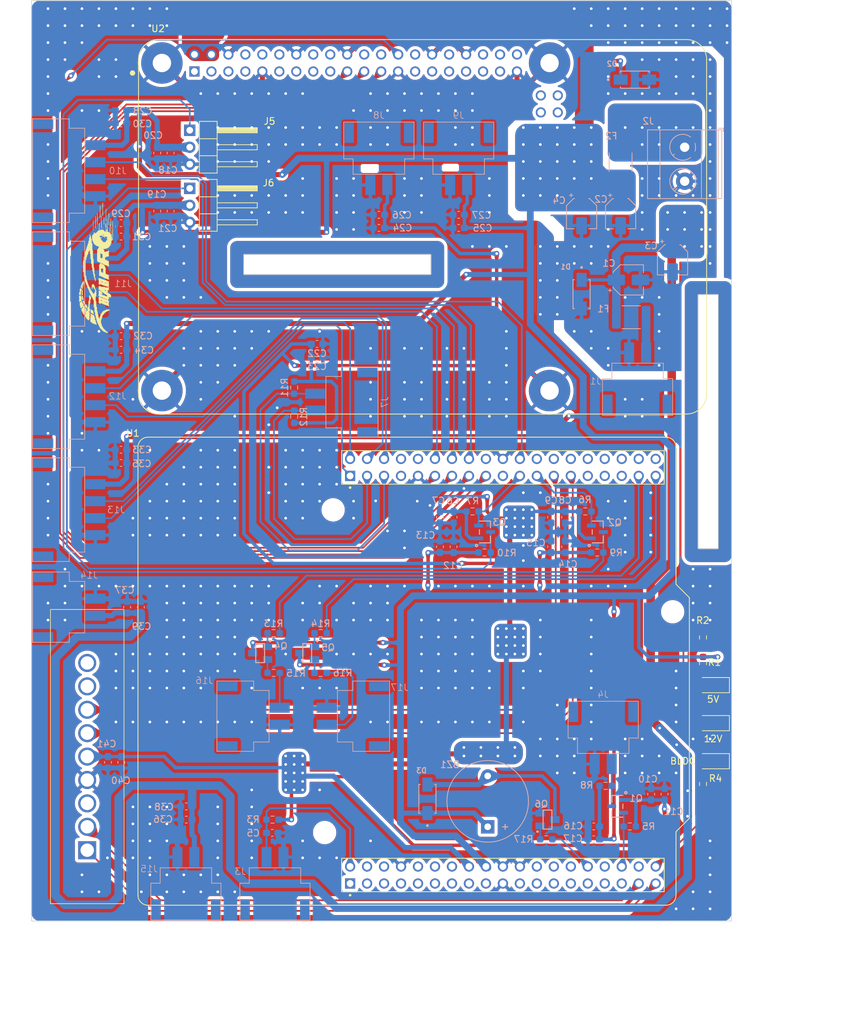
<source format=kicad_pcb>
(kicad_pcb (version 20221018) (generator pcbnew)
  (layers (0 "F.Cu" signal) (31 "B.Cu" signal) (34 "B.Paste" user) (35 "F.Paste" user) (36 "B.SilkS" user "B.Silkscreen") (37 "F.SilkS" user "F.Silkscreen") (38 "B.Mask" user) (39 "F.Mask" user) (44 "Edge.Cuts" user))
  (net 0 "")
  (net 1 "+5V")
  (net 2 "Net-(BZ1-+)")
  (net 3 "+12V")
  (net 4 "GND")
  (net 5 "INIT_MOTOR_BLDC")
  (net 6 "+3.3V")
  (net 7 "Net-(J1-Pin_2)")
  (net 8 "MOTOR_BLDC_CO")
  (net 9 "MOTOR_STEERING_CO")
  (net 10 "MOTOR_CAMERA_CO")
  (net 11 "I2C_SCL")
  (net 12 "I2C_SDA")
  (net 13 "TRIG_1")
  (net 14 "ECHO_1")
  (net 15 "TRIG_2")
  (net 16 "ECHO_2")
  (net 17 "TRIG_3")
  (net 18 "ECHO_3")
  (net 19 "TRIG_4")
  (net 20 "ECHO_4")
  (net 21 "Net-(J17-Pin_1)")
  (net 22 "Net-(J16-Pin_1)")
  (net 23 "SPI_PS2_MOSI")
  (net 24 "SPI_PS2_MISO")
  (net 26 "SPI_PS2_CS")
  (net 27 "SPI_PS2_SCK")
  (net 30 "Net-(LED1-A)")
  (net 31 "Net-(LED2-A)")
  (net 32 "Net-(LED3-A)")
  (net 33 "MOTOR_BLDC")
  (net 34 "MOTOR_STEERING")
  (net 35 "MOTOR_CAMERA")
  (net 36 "Net-(Q4-Pad1)")
  (net 37 "Net-(Q4-Pad2)")
  (net 38 "Net-(Q5-Pad1)")
  (net 39 "Net-(Q5-Pad2)")
  (net 40 "Net-(Q6-Pad1)")
  (net 41 "LED_INIT_BLDC")
  (net 42 "LED_LEFT")
  (net 43 "LED_RIGHT")
  (net 44 "BUZZER")
  (net 67 "SPI_RAS_SCK")
  (net 68 "SPI_RAS_MISO")
  (net 69 "SPI_RAS_MOSI")
  (net 70 "SPI_RAS_CS")
  (net 112 "Net-(J2-Pin_1)")
  (footprint "Resistor_SMD:R_0603_1608Metric_Pad0.98x0.95mm_HandSolder" (layer "F.Cu") (at 143.7243 109.2727 -90)
    (fp_text reference "R2")
    (fp_text value "2k/1%")
  )
  (footprint "JACK_PS2:jack_ps2" (layer "F.Cu") (at 51.5874 141.097 90)
    (fp_text reference "J18" hide)
    (fp_text value "~" hide)
  )
  (footprint "Resistor_SMD:R_0603_1608Metric_Pad0.98x0.95mm_HandSolder" (layer "F.Cu") (at 143.7243 113.1062 -90)
    (fp_text reference "R1")
    (fp_text value "510/1%")
  )
  (footprint "logo:logo_bfmc" (layer "F.Cu") (at 53.0606 54.4322 90)
    (fp_text reference "G***" hide)
    (fp_text value "LOGO" hide)
  )
  (footprint "NUCLEO-F401RE:ST_NUCLEO-F401RE" (layer "F.Cu") (at 100.4316 114.3254 90)
    (fp_text reference "U1")
    (fp_text value "NUCLEO-F401RE")
  )
  (footprint "Connector_PinHeader_2.54mm:PinHeader_1x03_P2.54mm_Horizontal" (layer "F.Cu") (at 66.929 42.1132)
    (fp_text reference "J6")
    (fp_text value "MOTOR_CAMERA")
  )
  (footprint "LED_SMD:LED_1206_3216Metric_Pad1.42x1.75mm_HandSolder" (layer "F.Cu") (at 145.2118 116.4082 180)
    (fp_text reference "5V")
    (fp_text value "ORANGE")
  )
  (footprint "Connector_PinHeader_2.54mm:PinHeader_1x03_P2.54mm_Horizontal" (layer "F.Cu") (at 66.929 33.4264)
    (fp_text reference "J5")
    (fp_text value "MOTOR_STEERING")
  )
  (footprint "LED_SMD:LED_1206_3216Metric_Pad1.42x1.75mm_HandSolder" (layer "F.Cu") (at 145.2118 127.7874 180)
    (fp_text reference "BLDC")
    (fp_text value "BLUE")
  )
  (footprint "LED_SMD:LED_1206_3216Metric_Pad1.42x1.75mm_HandSolder" (layer "F.Cu") (at 145.2118 122.0978 180)
    (fp_text reference "12V")
    (fp_text value "ORANGE")
  )
  (footprint "Resistor_SMD:R_0603_1608Metric_Pad0.98x0.95mm_HandSolder" (layer "F.Cu") (at 143.7243 131.191 90)
    (fp_text reference "R4")
    (fp_text value "1k/1%")
  )
  (footprint "RASPBERRY_PI_4B_4GB:MODULE_RASPBERRY_PI_4B_4GB" (layer "F.Cu") (at 101.7634 47.8646)
    (fp_text reference "U2")
    (fp_text value "RASPBERRY_PI_4B_4GB")
  )
  (footprint "Capacitor_SMD:C_0603_1608Metric_Pad1.08x0.95mm_HandSolder" (layer "B.Cu") (at 56.642 30.4546 180)
    (fp_text reference "C28")
    (fp_text value "10uF/16V")
  )
  (footprint "Capacitor_SMD:C_0603_1608Metric_Pad1.08x0.95mm_HandSolder" (layer "B.Cu") (at 104.3686 91.29285 -90)
    (fp_text reference "C7")
    (fp_text value "10uF/16V")
  )
  (footprint "Connector_XH_2:au_XH_2.54mm_4_Chan_Dan_SMD_Nam_Ngang" (layer "B.Cu") (at 51.2066 90.17 90)
    (fp_text reference "J13")
    (fp_text value "HC_SR04_4")
  )
  (footprint "Resistor_SMD:R_0603_1608Metric_Pad0.98x0.95mm_HandSolder" (layer "B.Cu") (at 86.5143 114.5794 180)
    (fp_text reference "R16")
    (fp_text value "510/1%")
  )
  (footprint "Capacitor_SMD:C_0603_1608Metric_Pad1.08x0.95mm_HandSolder" (layer "B.Cu") (at 57.562 104.7496 90)
    (fp_text reference "C37")
    (fp_text value "100nF/16V")
  )
  (footprint "Capacitor_SMD:C_0603_1608Metric_Pad1.08x0.95mm_HandSolder" (layer "B.Cu") (at 56.642 83.185 180)
    (fp_text reference "C35")
    (fp_text value "100nF/16V")
  )
  (footprint "Connector_XH_2:au_XH_2.54mm_4_Chan_Dan_SMD_Nam_Ngang" (layer "B.Cu") (at 51.2066 56.371066 90)
    (fp_text reference "J11")
    (fp_text value "HC_SR04_2")
  )
  (footprint "Capacitor_SMD:C_0603_1608Metric_Pad1.08x0.95mm_HandSolder" (layer "B.Cu") (at 123.10195 91.29285 -90)
    (fp_text reference "C8")
    (fp_text value "100nF/16V")
  )
  (footprint "Capacitor_SMD:C_0603_1608Metric_Pad1.08x0.95mm_HandSolder" (layer "B.Cu") (at 64.065 45.5157 -90)
    (fp_text reference "C21")
    (fp_text value "100nF/16V")
  )
  (footprint "Resistor_SMD:R_0603_1608Metric_Pad0.98x0.95mm_HandSolder" (layer "B.Cu") (at 111.02895 96.57715)
    (fp_text reference "R10")
    (fp_text value "10k/1%")
  )
  (footprint "Capacitor_SMD:C_0603_1608Metric_Pad1.08x0.95mm_HandSolder" (layer "B.Cu") (at 127.37145 137.541 180)
    (fp_text reference "C16")
    (fp_text value "100nF/16V")
  )
  (footprint "Capacitor_SMD:CP_Elec_4x5.4" (layer "B.Cu") (at 132.5542 55.8038)
    (fp_text reference "C1")
    (fp_text value "10uF/16V")
  )
  (footprint "Resistor_SMD:R_0603_1608Metric_Pad0.98x0.95mm_HandSolder" (layer "B.Cu") (at 86.5143 108.6358 180)
    (fp_text reference "R14")
    (fp_text value "1k/1%")
  )
  (footprint "SS34:DIOM4325X250N" (layer "B.Cu") (at 125.5522 57.9338 -90)
    (fp_text reference "D1")
    (fp_text value "SS26")
  )
  (footprint "Connector_XH_2:au_XH_2.54mm_2_Chan_Dan_SMD_Nam_Ngang" (layer "B.Cu") (at 87.2998 74.0918 -90)
    (fp_text reference "J7")
    (fp_text value "IMU_DATA")
  )
  (footprint "Capacitor_SMD:C_0603_1608Metric_Pad1.08x0.95mm_HandSolder" (layer "B.Cu") (at 56.642 47.3202 180)
    (fp_text reference "C29")
    (fp_text value "10uF/16V")
  )
  (footprint "TerminalBlock_MetzConnect:TerminalBlock_MetzConnect_Type073_RT02602HBLU_1x02_P5.08mm_Horizontal" (layer "B.Cu") (at 140.9802 35.9664 -90)
    (fp_text reference "J2")
    (fp_text value "5V")
  )
  (footprint "Capacitor_SMD:C_0603_1608Metric_Pad1.08x0.95mm_HandSolder" (layer "B.Cu") (at 64.065 36.8289 -90)
    (fp_text reference "C18")
    (fp_text value "10uF/16V")
  )
  (footprint "Capacitor_SMD:C_0603_1608Metric_Pad1.08x0.95mm_HandSolder" (layer "B.Cu") (at 106.4006 91.29285 -90)
    (fp_text reference "C6")
    (fp_text value "100nF/16V")
  )
  (footprint "Resistor_SMD:R_0603_1608Metric_Pad0.98x0.95mm_HandSolder" (layer "B.Cu") (at 82.5502 76.2743 90)
    (fp_text reference "R12")
    (fp_text value "10k/1%")
  )
  (footprint "Connector_XH_2:au_XH_2.54mm_2_Chan_Dan_SMD_Nam_Ngang" (layer "B.Cu") (at 89.0268 121.0564 -90)
    (fp_text reference "J17")
    (fp_text value "LED_RIGHT")
  )
  (footprint "Capacitor_SMD:C_0603_1608Metric_Pad1.08x0.95mm_HandSolder" (layer "B.Cu") (at 107.1626 46.0734 180)
    (fp_text reference "C27")
    (fp_text value "100nF/16V")
  )
  (footprint "SS34:DIOM4325X250N" (layer "B.Cu") (at 133.5242 25.8572)
    (fp_text reference "D2")
    (fp_text value "SS26")
  )
  (footprint "Capacitor_SMD:CP_Elec_4x5.4" (layer "B.Cu") (at 131.3942 45.8978 -90)
    (fp_text reference "C2")
    (fp_text value "10uF/16V")
  )
  (footprint "Capacitor_SMD:C_0603_1608Metric_Pad1.08x0.95mm_HandSolder" (layer "B.Cu") (at 121.011 91.29285 -90)
    (fp_text reference "C9")
    (fp_text value "10uF/16V")
  )
  (footprint "Capacitor_SMD:C_0603_1608Metric_Pad1.08x0.95mm_HandSolder" (layer "B.Cu") (at 106.4006 95.71465 90)
    (fp_text reference "C12")
    (fp_text value "100nF/16V")
  )
  (footprint "Resistor_SMD:R_0603_1608Metric_Pad0.98x0.95mm_HandSolder" (layer "B.Cu") (at 126.1129 90.43035)
    (fp_text reference "R6")
    (fp_text value "10k/1%")
  )
  (footprint "Capacitor_SMD:C_0603_1608Metric_Pad1.08x0.95mm_HandSolder" (layer "B.Cu") (at 104.3686 95.71465 90)
    (fp_text reference "C13")
    (fp_text value "10uF/16V")
  )
  (footprint "Capacitor_SMD:C_0603_1608Metric_Pad1.08x0.95mm_HandSolder" (layer "B.Cu") (at 56.642 64.2112 180)
    (fp_text reference "C32")
    (fp_text value "10uF/16V")
  )
  (footprint "BSN20BKR:SOT23_NEX" (layer "B.Cu") (at 111.0942 93.50375 90)
    (fp_text reference "Q3")
    (fp_text value "BSN20")
  )
  (footprint "Connector_XH_2:au_XH_2.54mm_2_Chan_Dan_SMD_Nam_Ngang" (layer "B.Cu") (at 95.2246 40.0052)
    (fp_text reference "J8")
    (fp_text value "IMU_3V3")
  )
  (footprint "Resistor_SMD:R_0603_1608Metric_Pad0.98x0.95mm_HandSolder" (layer "B.Cu") (at 109.2365 90.43035)
    (fp_text reference "R7")
    (fp_text value "10k/1%")
  )
  (footprint "Connector_XH_2:au_XH_2.54mm_2_Chan_Dan_SMD_Nam_Ngang" (layer "B.Cu") (at 78.7891 121.0564 90)
    (fp_text reference "J16")
    (fp_text value "LED_LEFT")
  )
  (footprint "Fuse:Fuse_1812_4532Metric_Pad1.30x3.40mm_HandSolder" (layer "B.Cu") (at 131.3942 38.1914 -90)
    (fp_text reference "F2")
    (fp_text value "5V")
  )
  (footprint "Capacitor_SMD:C_0603_1608Metric_Pad1.08x0.95mm_HandSolder" (layer "B.Cu") (at 56.6928 127.9595 -90)
    (fp_text reference "C40")
    (fp_text value "10uF/16V")
  )
  (footprint "Resistor_SMD:R_0603_1608Metric_Pad0.98x0.95mm_HandSolder" (layer "B.Cu") (at 79.4766 114.5794 180)
    (fp_text reference "R15")
    (fp_text value "510/1%")
  )
  (footprint "Capacitor_SMD:C_0603_1608Metric_Pad1.08x0.95mm_HandSolder" (layer "B.Cu") (at 127.37145 139.4714 180)
    (fp_text reference "C17")
    (fp_text value "10uF/16V")
  )
  (footprint "Capacitor_SMD:C_0603_1608Metric_Pad1.08x0.95mm_HandSolder" (layer "B.Cu") (at 66.421 134.5438 180)
    (fp_text reference "C38")
    (fp_text value "10uF/16V")
  )
  (footprint "Resistor_SMD:R_0603_1608Metric_Pad0.98x0.95mm_HandSolder" (layer "B.Cu") (at 82.5502 71.9093 -90)
    (fp_text reference "R11")
    (fp_text value "10k/1%")
  )
  (footprint "Capacitor_SMD:C_0603_1608Metric_Pad1.08x0.95mm_HandSolder" (layer "B.Cu") (at 62.0584 36.8289 -90)
    (fp_text reference "C20")
    (fp_text value "100nF/16V")
  )
  (footprint "Capacitor_SMD:C_0603_1608Metric_Pad1.08x0.95mm_HandSolder" (layer "B.Cu") (at 107.1626 48.0292 180)
    (fp_text reference "C25")
    (fp_text value "10uF/16V")
  )
  (footprint "Resistor_SMD:R_0603_1608Metric_Pad0.98x0.95mm_HandSolder" (layer "B.Cu") (at 79.4766 108.6358 180)
    (fp_text reference "R13")
    (fp_text value "1k/1%")
  )
  (footprint "Fuse:Fuse_1812_4532Metric_Pad1.30x3.40mm_HandSolder" (layer "B.Cu") (at 132.9792 61.3918 180)
    (fp_text reference "F1")
    (fp_text value "12V")
  )
  (footprint "Capacitor_SMD:C_0603_1608Metric_Pad1.08x0.95mm_HandSolder" (layer "B.Cu") (at 135.9662 132.7161 90)
    (fp_text reference "C10")
    (fp_text value "100nF/16V")
  )
  (footprint "Connector_XH_2:au_XH_2.54mm_2_Chan_Dan_SMD_Nam_Ngang" (layer "B.Cu") (at 51.2066 104.7496 90)
    (fp_text reference "J14")
    (fp_text value "FAN_FET")
  )
  (footprint "Connector_XH_2:au_XH_2.54mm_2_Chan_Dan_SMD_Nam_Ngang" (layer "B.Cu") (at 79.6798 143.7258 180)
    (fp_text reference "J3")
    (fp_text value "INIT_BLDC")
  )
  (footprint "Connector_XH_2:au_XH_2.54mm_4_Chan_Dan_SMD_Nam_Ngang" (layer "B.Cu") (at 51.2066 39.4716 90)
    (fp_text reference "J10")
    (fp_text value "HC_SR04_1")
  )
  (footprint "Capacitor_SMD:C_0603_1608Metric_Pad1.08x0.95mm_HandSolder" (layer "B.Cu") (at 56.642 49.3268 180)
    (fp_text reference "C31")
    (fp_text value "100nF/16V")
  )
  (footprint "Capacitor_SMD:C_0603_1608Metric_Pad1.08x0.95mm_HandSolder" (layer "B.Cu") (at 121.011 95.71465 90)
    (fp_text reference "C15")
    (fp_text value "10uF/16V")
  )
  (footprint "Capacitor_SMD:C_0603_1608Metric_Pad1.08x0.95mm_HandSolder" (layer "B.Cu") (at 137.9728 132.7161 90)
    (fp_text reference "C11")
    (fp_text value "10uF/16V")
  )
  (footprint "Connector_XH_2:au_XH_2.54mm_2_Chan_Dan_SMD_Nam_Ngang" (layer "B.Cu") (at 133.9342 68.2624 180)
    (fp_text reference "J1")
    (fp_text value "12V")
  )
  (footprint "Capacitor_SMD:C_0603_1608Metric_Pad1.08x0.95mm_HandSolder" (layer "B.Cu") (at 59.6138 104.7496 90)
    (fp_text reference "C39")
    (fp_text value "10uF/16V")
  )
  (footprint "Resistor_SMD:R_0603_1608Metric_Pad0.98x0.95mm_HandSolder" (layer "B.Cu") (at 120.269 139.4714 180)
    (fp_text reference "R17")
    (fp_text value "1k/1%")
  )
  (footprint "Connector_XH_2:au_XH_2.54mm_4_Chan_Dan_SMD_Nam_Ngang" (layer "B.Cu") (at 51.2066 73.270532 90)
    (fp_text reference "J12")
    (fp_text value "HC_SR04_3")
  )
  (footprint "MMBT2222A:SOT23" (layer "B.Cu") (at 77.4641 111.6228 -90)
    (fp_text reference "Q4")
    (fp_text value "MMBT2222A")
  )
  (footprint "Capacitor_SMD:C_0603_1608Metric_Pad1.08x0.95mm_HandSolder" (layer "B.Cu") (at 56.642 66.2686 180)
    (fp_text reference "C34")
    (fp_text value "100nF/16V")
  )
  (footprint "Capacitor_SMD:CP_Elec_4x5.4" (layer "B.Cu") (at 125.5522 45.8978 -90)
    (fp_text reference "C4")
    (fp_text value "1uF/16V")
  )
  (footprint "Resistor_SMD:R_0603_1608Metric_Pad0.98x0.95mm_HandSolder" (layer "B.Cu") (at 129.14645 131.4704)
    (fp_text reference "R8")
    (fp_text value "10k/1%")
  )
  (footprint "Capacitor_SMD:C_0603_1608Metric_Pad1.08x0.95mm_HandSolder" (layer "B.Cu") (at 123.10195 95.71465 90)
    (fp_text reference "C14")
    (fp_text value "100nF/16V")
  )
  (footprint "Capacitor_SMD:C_0603_1608Metric_Pad1.08x0.95mm_HandSolder" (layer "B.Cu") (at 95.2296 48.0292 180)
    (fp_text reference "C24")
    (fp_text value "10uF/16V")
  )
  (footprint "SS34:DIOM4325X250N" (layer "B.Cu") (at 102.489 133.4168 90)
    (fp_text reference "D3")
    (fp_text value "SS26")
  )
  (footprint "MMBT2222A:SOT23" (layer "B.Cu") (at 84.5018 111.6228 -90)
    (fp_text reference "Q5")
    (fp_text value "MMBT2222A")
  )
  (footprint "MMBT2222A:SOT23" (layer "B.Cu") (at 120.4565 136.5148 90)
    (fp_text reference "Q6")
    (fp_text value "MMBT2222A")
  )
  (footprint "BSN20BKR:SOT23_NEX" (layer "B.Cu") (at 127.9706 93.50375 90)
    (fp_text reference "Q2")
    (fp_text value "BSN20")
  )
  (footprint "Capacitor_SMD:C_0603_1608Metric_Pad1.08x0.95mm_HandSolder" (layer "B.Cu") (at 56.642 32.385 180)
    (fp_text reference "C30")
    (fp_text value "100nF/16V")
  )
  (footprint "BSN20BKR:SOT23_NEX" (layer "B.Cu") (at 130.9062 134.5311 -90)
    (fp_text reference "Q1")
    (fp_text value "BSN20")
  )
  (footprint "Buzzer_Beeper:Buzzer_12x9.5RM7.6" (layer "B.Cu") (at 111.506 137.5918 90)
    (fp_text reference "BZ1")
    (fp_text value "Buzzer")
  )
  (footprint "Capacitor_SMD:C_0603_1608Metric_Pad1.08x0.95mm_HandSolder" (layer "B.Cu") (at 56.642 81.2038 180)
    (fp_text reference "C33")
    (fp_text value "10uF/16V")
  )
  (footprint "Capacitor_SMD:C_0603_1608Metric_Pad1.08x0.95mm_HandSolder" (layer "B.Cu") (at 95.2246 46.0734 180)
    (fp_text reference "C26")
    (fp_text value "100nF/16V")
  )
  (footprint "Connector_XH_2:au_XH_2.54mm_2_Chan_Dan_SMD_Nam_Ngang" (layer "B.Cu") (at 107.1626 40.0052)
    (fp_text reference "J9")
    (fp_text value "IMU_5V")
  )
  (footprint "Resistor_SMD:R_0603_1608Metric_Pad0.98x0.95mm_HandSolder" (layer "B.Cu") (at 132.7639 137.541 180)
    (fp_text reference "R5")
    (fp_text value "10k/1%")
  )
  (footprint "Capacitor_SMD:C_0603_1608Metric_Pad1.08x0.95mm_HandSolder" (layer "B.Cu") (at 85.979 65.3796)
    (fp_text reference "C22")
    (fp_text value "10uF/16V")
  )
  (footprint "Resistor_SMD:R_0603_1608Metric_Pad0.98x0.95mm_HandSolder" (layer "B.Cu") (at 127.8944 96.57715)
    (fp_text reference "R9")
    (fp_text value "10k/1%")
  )
  (footprint "Connector_XH_2:au_XH_2.54mm_2_Chan_Dan_SMD_Nam_Ngang" (layer "B.Cu") (at 128.78895 126.6192)
    (fp_text reference "J4")
    (fp_text value "MOTOR_BLDC")
  )
  (footprint "Capacitor_SMD:C_0603_1608Metric_Pad1.08x0.95mm_HandSolder" (layer "B.Cu") (at 66.4221 136.525 180)
    (fp_text reference "C36")
    (fp_text value "100nF/16V")
  )
  (footprint "Connector_XH_2:au_XH_2.54mm_2_Chan_Dan_SMD_Nam_Ngang" (layer "B.Cu") (at 66.3498 143.7258 180)
    (fp_text reference "J15")
    (fp_text value "FAN_RAS")
  )
  (footprint "Capacitor_SMD:CP_Elec_4x5.4" (layer "B.Cu") (at 139.1666 52.8066 -90)
    (fp_text reference "C3")
    (fp_text value "1uF/16V")
  )
  (footprint "Capacitor_SMD:C_0603_1608Metric_Pad1.08x0.95mm_HandSolder" (layer "B.Cu") (at 54.6862 127.9595 -90)
    (fp_text reference "C41")
    (fp_text value "100nF/16V")
  )
  (footprint "Capacitor_SMD:C_0603_1608Metric_Pad1.08x0.95mm_HandSolder" (layer "B.Cu") (at 62.0584 45.5157 -90)
    (fp_text reference "C19")
    (fp_text value "10uF/16V")
  )
  (footprint "Capacitor_SMD:C_0603_1608Metric_Pad1.08x0.95mm_HandSolder" (layer "B.Cu") (at 85.9779 67.3354)
    (fp_text reference "C23")
    (fp_text value "100nF/16V")
  )
  (footprint "Capacitor_SMD:C_0603_1608Metric_Pad1.08x0.95mm_HandSolder" (layer "B.Cu") (at 79.2723 138.5062)
    (fp_text reference "C5")
    (fp_text value "100nF/16V")
  )
  (footprint "Resistor_SMD:R_0603_1608Metric_Pad0.98x0.95mm_HandSolder" (layer "B.Cu") (at 79.3223 136.525 180)
    (fp_text reference "R3")
    (fp_text value "10k/1%")
  )
  (gr_rect (start 142 57) (end 147 97) (stroke (width 2)) (fill none) (layer "F.Cu"))
  (gr_rect (start 74 51) (end 104 56) (stroke (width 2)) (fill none) (layer "F.Cu"))
  (gr_rect (start 142 57) (end 147 97) (stroke (width 2)) (fill none) (layer "B.Cu"))
  (gr_rect (start 74 51) (end 104 56) (stroke (width 2)) (fill none) (layer "B.Cu"))
  (gr_rect (start 74 51) (end 104 56) (stroke (width 2)) (fill none) (layer "B.Cu"))
  (gr_rect (start 143 58) (end 146 96) (stroke (width 0.1)) (fill none) (layer "Edge.Cuts"))
  (gr_rect (start 43.2562 14.0282) (end 148 151.6888) (stroke (width 0.1016)) (fill none) (layer "Edge.Cuts"))
  (gr_rect (start 75 52) (end 103 55) (stroke (width 0.1)) (fill none) (layer "Edge.Cuts"))
  (segment (start 95.9866 113.3602) (end 83.3882 113.3602) (width 0.508) (layer "F.Cu") (net 1))
  (segment (start 60.579 40.0558) (end 59.4106 38.8874) (width 0.762) (layer "F.Cu") (net 1))
  (segment (start 87.376 48.6918) (end 87.4014 48.6664) (width 0.762) (layer "F.Cu") (net 1))
  (segment (start 80.772 40.0558) (end 60.579 40.0558) (width 0.762) (layer "F.Cu") (net 1))
  (segment (start 130.4036 105.41) (end 130.4036 139.3952) (width 0.508) (layer "F.Cu") (net 1))
  (segment (start 100.9396 62.3316) (end 108.2802 54.991) (width 0.762) (layer "F.Cu") (net 1))
  (segment (start 95.8342 110.0582) (end 76.3778 110.0582) (width 0.508) (layer "F.Cu") (net 1))
  (segment (start 120.5738 79.248) (end 123.6726 76.1492) (width 0.762) (layer "F.Cu") (net 1))
  (segment (start 131.3688 23.0632) (end 126.238 23.0632) (width 0.508) (layer "F.Cu") (net 1))
  (segment (start 122.2756 16.3068) (end 125.9586 19.9898) (width 2.794) (layer "F.Cu") (net 1))
  (segment (start 119.3038 96.5962) (end 119.3038 101.473) (width 0.508) (layer "F.Cu") (net 1))
  (segment (start 125.9586 23.3426) (end 125.9586 34.29) (width 2.794) (layer "F.Cu") (net 1))
  (segment (start 102.5906 96.5962) (end 102.5906 101.4476) (width 0.508) (layer "F.Cu") (net 1))
  (segment (start 57.4802 62.3316) (end 100.9396 62.3316) (width 0.762) (layer "F.Cu") (net 1))
  (segment (start 57.5056 79.248) (end 120.5738 79.248) (width 0.762) (layer "F.Cu") (net 1))
  (segment (start 67.6334 22.0946) (end 70.1734 22.0946) (width 1.27) (layer "F.Cu") (net 1))
  (segment (start 102.5906 101.4476) (end 102.5652 101.473) (width 0.508) (layer "F.Cu") (net 1))
  (segment (start 59.8678 48.6918) (end 87.376 48.6918) (width 0.762) (layer "F.Cu") (net 1))
  (segment (start 143.7243 112.1937) (end 145.9211 112.1937) (width 0.508) (layer "F.Cu") (net 1))
  (segment (start 126.238 23.0632) (end 125.9586 23.3426) (width 0.508) (layer "F.Cu") (net 1))
  (segment (start 69.6976 16.3068) (end 122.2756 16.3068) (width 2.794) (layer "F.Cu") (net 1))
  (segment (start 125.9586 19.9898) (end 125.9586 23.3426) (width 2.794) (layer "F.Cu") (net 1))
  (segment (start 59.4106 38.8874) (end 59.4106 35.8394) (width 0.762) (layer "F.Cu") (net 1))
  (segment (start 145.9211 112.1937) (end 145.923 112.1918) (width 0.508) (layer "F.Cu") (net 1))
  (via (at 57.5056 79.248) (size 0.8) (drill 0.4) (layers "F.Cu" "B.Cu") (net 1))
  (via (at 80.772 40.0558) (size 0.8) (drill 0.4) (layers "F.Cu" "B.Cu") (net 1))
  (via (at 57.4802 62.3316) (size 0.8) (drill 0.4) (layers "F.Cu" "B.Cu") (net 1))
  (via (at 76.3778 110.0582) (size 0.8) (drill 0.4) (layers "F.Cu" "B.Cu") (net 1))
  (via (at 121.92 35.56) (size 0.8) (drill 0.4) (layers "F.Cu" "B.Cu") (net 1))
  (via (at 87.4014 48.6664) (size 0.8) (drill 0.4) (layers "F.Cu" "B.Cu") (net 1))
  (via (at 127 35.56) (size 0.8) (drill 0.4) (layers "F.Cu" "B.Cu") (net 1))
  (via (at 127 40.64) (size 0.8) (drill 0.4) (layers "F.Cu" "B.Cu") (net 1))
  (via (at 59.8678 48.6918) (size 0.8) (drill 0.4) (layers "F.Cu" "B.Cu") (net 1))
  (via (at 131.3688 23.0632) (size 0.8) (drill 0.4) (layers "F.Cu" "B.Cu") (net 1))
  (via (at 123.6726 76.1492) (size 0.8) (drill 0.4) (layers "F.Cu" "B.Cu") (net 1))
  (via (at 116.84 38.1) (size 0.8) (drill 0.4) (layers "F.Cu" "B.Cu") (net 1))
  (via (at 119.38 33.02) (size 0.8) (drill 0.4) (layers "F.Cu" "B.Cu") (net 1))
  (via (at 130.4036 105.41) (size 0.8) (drill 0.4) (layers "F.Cu" "B.Cu") (net 1))
  (via (at 95.8342 110.0582) (size 0.8) (drill 0.4) (layers "F.Cu" "B.Cu") (net 1))
  (via (at 127 38.1) (size 0.8) (drill 0.4) (layers "F.Cu" "B.Cu") (net 1))
  (via (at 116.84 33.02) (size 0.8) (drill 0.4) (layers "F.Cu" "B.Cu") (net 1))
  (via (at 121.92 43.18) (size 0.8) (drill 0.4) (layers "F.Cu" "B.Cu") (net 1))
  (via (at 124.46 40.64) (size 0.8) (drill 0.4) (layers "F.Cu" "B.Cu") (net 1))
  (via (at 124.46 35.56) (size 0.8) (drill 0.4) (layers "F.Cu" "B.Cu") (net 1))
  (via (at 121.92 38.1) (size 0.8) (drill 0.4) (layers "F.Cu" "B.Cu") (net 1))
  (via (at 116.84 35.56) (size 0.8) (drill 0.4) (layers "F.Cu" "B.Cu") (net 1))
  (via (at 119.38 38.1) (size 0.8) (drill 0.4) (layers "F.Cu" "B.Cu") (net 1))
  (via (at 116.84 40.64) (size 0.8) (drill 0.4) (layers "F.Cu" "B.Cu") (net 1))
  (via (at 108.2802 54.991) (size 0.8) (drill 0.4) (layers "F.Cu" "B.Cu") (net 1))
  (via (at 145.923 112.1918) (size 0.8) (drill 0.4) (layers "F.Cu" "B.Cu") (net 1))
  (via (at 119.38 35.56) (size 0.8) (drill 0.4) (layers "F.Cu" "B.Cu") (net 1))
  (via (at 116.84 43.18) (size 0.8) (drill 0.4) (layers "F.Cu" "B.Cu") (net 1))
  (via (at 119.3038 96.5962) (size 0.8) (drill 0.4) (layers "F.Cu" "B.Cu") (net 1))
  (via (at 121.92 33.02) (size 0.8) (drill 0.4) (layers "F.Cu" "B.Cu") (net 1))
  (via (at 83.3882 113.3602) (size 0.8) (drill 0.4) (layers "F.Cu" "B.Cu") (net 1))
  (via (at 119.38 40.64) (size 0.8) (drill 0.4) (layers "F.Cu" "B.Cu") (net 1))
  (via (at 102.5652 101.473) (size 0.8) (drill 0.4) (layers "F.Cu" "B.Cu") (net 1))
  (via (at 119.3038 101.473) (size 0.8) (drill 0.4) (layers "F.Cu" "B.Cu") (net 1))
  (via (at 121.92 40.64) (size 0.8) (drill 0.4) (layers "F.Cu" "B.Cu") (net 1))
  (via (at 124.46 33.02) (size 0.8) (drill 0.4) (layers "F.Cu" "B.Cu") (net 1))
  (via (at 124.46 38.1) (size 0.8) (drill 0.4) (layers "F.Cu" "B.Cu") (net 1))
  (via (at 96.0374 113.411) (size 0.8) (drill 0.4) (layers "F.Cu" "B.Cu") (net 1))
  (via (at 102.5906 96.5962) (size 0.8) (drill 0.4) (layers "F.Cu" "B.Cu") (net 1))
  (via (at 130.4036 139.3952) (size 0.8) (drill 0.4) (layers "F.Cu" "B.Cu") (net 1))
  (via (at 127 33.02) (size 0.8) (drill 0.4) (layers "F.Cu" "B.Cu") (net 1))
  (via (at 59.4106 35.8394) (size 0.8) (drill 0.4) (layers "F.Cu" "B.Cu") (net 1))
  (via (at 119.38 43.18) (size 0.8) (drill 0.4) (layers "F.Cu" "B.Cu") (net 1))
  (segment (start 76.3641 111.6228) (end 76.3641 110.0719) (width 0.508) (layer "B.Cu") (net 1))
  (segment (start 57.5045 30.4546) (end 59.4106 30.4546) (width 0.762) (layer "B.Cu") (net 1))
  (segment (start 102.489 135.5468) (end 98.4634 135.5468) (width 0.762) (layer "B.Cu") (net 1))
  (segment (start 66.929 44.6532) (end 62.0584 44.6532) (width 1.016) (layer "B.Cu") (net 1))
  (segment (start 117.8814 54.9402) (end 117.8814 48.0314) (width 1.016) (layer "B.Cu") (net 1))
  (segment (start 130.4036 103.0732) (end 130.429 103.0478) (width 0.508) (layer "B.Cu") (net 1))
  (segment (start 57.5045 30.4546) (end 57.5045 34.9769) (width 0.762) (layer "B.Cu") (net 1))
  (segment (start 56.4896 86.36) (end 57.5045 85.3451) (width 0.762) (layer "B.Cu") (net 1))
  (segment (start 131.3942 25.8572) (end 131.3942 23.0886) (width 0.508) (layer "B.Cu") (net 1))
  (segment (start 134.112 103.0732) (end 134.1374 103.0478) (width 0.508) (layer "B.Cu") (net 1))
  (segment (start 108.0351 48.1258) (end 108.0251 48.1158) (width 0.508) (layer "B.Cu") (net 1))
  (segment (start 87.4014 37.6174) (end 83.2104 37.6174) (width 1.016) (layer "B.Cu") (net 1))
  (segment (start 57.5045 64.2112) (end 57.5045 62.3559) (width 0.762) (layer "B.Cu") (net 1))
  (segment (start 121.011 96.57715) (end 119.32285 96.57715) (width 0.508) (layer "B.Cu") (net 1))
  (segment (start 111.506 137.5918) (end 109.461 135.5468) (width 0.762) (layer "B.Cu") (net 1))
  (segment (start 108.2802 54.991) (end 117.8306 54.991) (width 0.762) (layer "B.Cu") (net 1))
  (segment (start 52.8066 86.36) (end 56.4896 86.36) (width 0.762) (layer "B.Cu") (net 1))
  (segment (start 57.5045 85.3451) (end 57.5045 81.2038) (width 0.762) (layer "B.Cu") (net 1))
  (segment (start 57.5045 34.9769) (end 56.8198 35.6616) (width 0.762) (layer "B.Cu") (net 1))
  (segment (start 111.5314 143.7386) (end 106.7562 138.9634) (width 1.016) (layer "B.Cu") (net 1))
  (segment (start 57.5045 68.4287) (end 57.5045 64.2112) (width 0.762) (layer "B.Cu") (net 1))
  (segment (start 83.3628 111.6618) (end 83.4018 111.6228) (width 0.508) (layer "B.Cu") (net 1))
  (segment (start 117.8814 48.0314) (end 117.8814 44.6786) (width 1.016) (layer "B.Cu") (net 1))
  (segment (start 131.3942 44.0978) (end 125.5522 44.0978) (width 1.27) (layer "B.Cu") (net 1))
  (segment (start 116.84 38.1) (end 116.3574 37.6174) (width 1.016) (layer "B.Cu") (net 1))
  (segment (start 135.6868 103.0478) (end 139.2682 99.4664) (width 1.016) (layer "B.Cu") (net 1))
  (segment (start 102.5652 101.473) (end 102.5652 103.0478) (width 0.508) (layer "B.Cu") (net 1))
  (segment (start 134.1374 103.0478) (end 135.6868 103.0478) (width 1.016) (layer "B.Cu") (net 1))
  (segment (start 130.4036 105.41) (end 130.4036 103.0732) (width 0.508) (layer "B.Cu") (net 1))
  (segment (start 96.0374 113.411) (end 98.425 113.411) (width 0.508) (layer "B.Cu") (net 1))
  (segment (start 57.5045 81.2038) (end 57.5045 79.2491) (width 0.762) (layer "B.Cu") (net 1))
  (segment (start 102.60965 96.57715) (end 102.5906 96.5962) (width 0.508) (layer "B.Cu") (net 1))
  (segment (start 83.3628 113.3348) (end 83.3628 111.6618) (width 0.508) (layer "B.Cu") (net 1))
  (segment (start 98.4634 135.5468) (end 98.4504 135.5598) (width 0.762) (layer "B.Cu") (net 1))
  (segment (start 130.3274 139.4714) (end 128.23395 139.4714) (width 0.508) (layer "B.Cu") (net 1))
  (segment (start 106.7562 138.9634) (end 100.457 138.9634) (width 1.016) (layer "B.Cu") (net 1))
  (segment (start 130.4036 139.3952) (end 130.3274 139.4714) (width 0.508) (layer "B.Cu") (net 1))
  (segment (start 98.4504 135.5598) (end 98.4504 111.633) (width 1.016) (layer "B.Cu") (net 1))
  (segment (start 100.457 138.9634) (end 98.4504 136.9568) (width 1.016) (layer "B.Cu") (net 1))
  (segment (start 104.3686 96.57715) (end 110.11645 96.57715) (width 0.508) (layer "B.Cu") (net 1))
  (segment (start 119.3038 103.0478) (end 130.429 103.0478) (width 1.016) (layer "B.Cu") (net 1))
  (segment (start 108.0251 44.7841) (end 108.4376 44.3716) (width 0.508) (layer "B.Cu") (net 1))
  (segment (start 57.5045 51.1821) (end 57.5045 47.3202) (width 0.762) (layer "B.Cu") (net 1))
  (segment (start 130.429 103.0478) (end 134.1374 103.0478) (width 1.016) (layer "B.Cu") (net 1))
  (segment (start 59.8424 48.6664) (end 59.8678 48.6918) (width 0.762) (layer "B.Cu") (net 1))
  (segment (start 109.461 135.5468) (end 102.489 135.5468) (width 0.762) (layer "B.Cu") (net 1))
  (segment (start 117.8814 44.6786) (end 119.38 43.18) (width 1.016) (layer "B.Cu") (net 1))
  (segment (start 57.5045 79.2491) (end 57.5056 79.248) (width 0.762) (layer "B.Cu") (net 1))
  (segment (start 98.4504 111.633) (end 98.4504 110.0582) (width 1.016) (layer "B.Cu") (net 1))
  (segment (start 127.4572 79.3242) (end 125.8062 77.6732) (width 1.016) (layer "B.Cu") (net 1))
  (segment (start 87.4014 48.6664) (end 87.4014 37.6174) (width 0.762) (layer "B.Cu") (net 1))
  (segment (start 108.0251 48.0292) (end 117.8792 48.0292) (width 0.508) (layer "B.Cu") (net 1))
  (segment (start 95.9866 113.3602) (end 96.0374 113.411) (width 0.508) (layer "B.Cu") (net 1))
  (segment (start 98.4504 136.9568) (end 98.4504 135.5598) (width 1.016) (layer "B.Cu") (net 1))
  (segment (start 95.8342 110.0582) (end 98.4504 110.0582) (width 0.508) (layer "B.Cu") (net 1))
  (segment (start 108.4376 44.3716) (end 108.4376 41.7018) (width 0.508) (layer "B.Cu") (net 1))
  (segment (start 58.6232 44.6532) (end 59.8424 44.6532) (width 0.762) (layer "B.Cu") (net 1))
  (segment (start 59.4106 30.4546) (end 60.4774 30.4546) (width 0.762) (layer "B.Cu") (net 1))
  (segment (start 139.2682 99.4664) (end 139.2682 81.1276) (width 1.016) (layer "B.Cu") (net 1))
  (segment (start 98.425 113.411) (end 98.3742 113.3602) (width 0.508) (layer "B.Cu") (net 1))
  (segment (start 104.3686 96.57715) (end 102.60965 96.57715) (width 0.508) (layer "B.Cu") (net 1))
  (segment (start 131.3942 23.0886) (end 131.3688 23.0632) (width 0.508) (layer "B.Cu") (net 1))
  (segment (start 123.6726 76.1492) (end 125.8062 76.1492) (width 0.762) (layer "B.Cu") (net 1))
  (segment (start 117.8792 48.0292) (end 117.8814 48.0314) (width 0.508) (layer "B.Cu") (net 1))
  (segment (start 59.8424 44.6532) (end 59.8424 48.6664) (width 0.762) (layer "B.Cu") (net 1))
  (segment (start 134.112 110.744) (end 134.112 103.0732) (width 0.508) (layer "B.Cu") (net 1))
  (segment (start 56.472668 69.460532) (end 57.5045 68.4287) (width 0.762) (layer "B.Cu") (net 1))
  (segment (start 121.011 96.57715) (end 126.9819 96.57715) (width 0.508) (layer "B.Cu") (net 1))
  (segment (start 83.3882 113.3602) (end 83.3628 113.3348) (width 0.508) (layer "B.Cu") (net 1))
  (segment (start 83.2104 37.6174) (end 80.772 40.0558) (width 1.016) (layer "B.Cu") (net 1))
  (segment (start 98.4504 110.0582) (end 98.4504 104.9274) (width 1.016) (layer "B.Cu") (net 1))
  (segment (start 137.4648 79.3242) (end 127.4572 79.3242) (width 1.016) (layer "B.Cu") (net 1))
  (segment (start 62.0584 35.9664) (end 66.929 35.9664) (width 1.016) (layer "B.Cu") (net 1))
  (segment (start 62.0584 32.0356) (end 62.0584 35.9664) (width 0.762) (layer "B.Cu") (net 1))
  (segment (start 57.5045 45.7719) (end 58.6232 44.6532) (width 0.762) (layer "B.Cu") (net 1))
  (segment (start 52.8066 52.561066) (end 56.125534 52.561066) (width 0.762) (layer "B.Cu") (net 1))
  (segment (start 135.5598 112.1918) (end 134.112 110.744) (width 0.508) (layer "B.Cu") (net 1))
  (segment (start 59.8424 44.6532) (end 62.0584 44.6532) (width 0.762) (layer "B.Cu") (net 1))
  (segment (start 117.8306 54.991) (end 117.8814 54.9402) (width 0.762) (layer "B.Cu") (net 1))
  (segment (start 59.4106 30.4546) (end 59.4106 35.8394) (width 0.762) (layer "B.Cu") (net 1))
  (segment (start 52.8066 69.460532) (end 56.472668 69.460532) (width 0.762) (layer "B.Cu") (net 1))
  (segment (start 139.2682 81.1276) (end 137.4648 79.3242) (width 1.016) (layer "B.Cu") (net 1))
  (segment (start 125.8062 76.1492) (end 125.8062 70.3326) (width 1.016) (layer "B.Cu") (net 1))
  (segment (start 57.5045 62.3559) (end 57.4802 62.3316) (width 0.762) (layer "B.Cu") (net 1))
  (segment (start 131.3942 40.4164) (end 131.3942 44.0978) (width 1.27) (layer "B.Cu") (net 1))
  (segment (start 125.8062 77.6732) (end 125.8062 76.1492) (width 1.016) (layer "B.Cu") (net 1))
  (segment (start 116.3574 37.6174) (end 87.4014 37.6174) (width 1.016) (layer "B.Cu") (net 1))
  (segment (start 56.125534 52.561066) (end 57.5045 51.1821) (width 0.762) (layer "B.Cu") (net 1))
  (segment (start 60.4774 30.4546) (end 62.0584 32.0356) (width 0.762) (layer "B.Cu") (net 1))
  (segment (start 57.5045 47.3202) (end 57.5045 45.7719) (width 0.762) (layer "B.Cu") (net 1))
  (segment (start 119.32285 96.57715) (end 119.3038 96.5962) (width 0.508) (layer "B.Cu") (net 1))
  (segment (start 145.923 112.1918) (end 135.5598 112.1918) (width 0.508) (layer "B.Cu") (net 1))
  (segment (start 76.3641 110.0719) (end 76.3778 110.0582) (width 0.508) (layer "B.Cu") (net 1))
  (segment (start 102.5652 103.0478) (end 119.3038 103.0478) (width 1.016) (layer "B.Cu") (net 1))
  (segment (start 108.0251 48.1158) (end 108.0251 44.7841) (width 0.508) (layer "B.Cu") (net 1))
  (segment (start 119.3038 101.473) (end 119.3038 103.0478) (width 0.508) (layer "B.Cu") (net 1))
  (segment (start 100.33 103.0478) (end 102.5652 103.0478) (width 1.016) (layer "B.Cu") (net 1))
  (segment (start 117.8814 62.4078) (end 117.8814 54.9402) (width 1.016) (layer "B.Cu") (net 1))
  (segment (start 56.8198 35.6616) (end 52.8066 35.6616) (width 0.762) (layer "B.Cu") (net 1))
  (segment (start 128.23395 139.4714) (end 128.23395 131.4704) (width 0.508) (layer "B.Cu") (net 1))
  (segment (start 98.4504 104.9274) (end 100.33 103.0478) (width 1.016) (layer "B.Cu") (net 1))
  (segment (start 125.8062 70.3326) (end 117.8814 62.4078) (width 1.016) (layer "B.Cu") (net 1))
  (segment (start 102.489 131.2832) (end 110.2146 131.2832) (width 0.762) (layer "B.Cu") (net 2))
  (segment (start 110.2146 131.2832) (end 111.506 129.9918) (width 0.762) (layer "B.Cu") (net 2))
  (segment (start 121.5565 131.8943) (end 119.654 129.9918) (width 0.508) (layer "B.Cu") (net 2))
  (segment (start 121.5565 136.5148) (end 121.5565 131.8943) (width 0.508) (layer "B.Cu") (net 2))
  (segment (start 119.654 129.9918) (end 111.506 129.9918) (width 0.508) (layer "B.Cu") (net 2))
  (segment (start 137.2616 122.8344) (end 137.2362 122.8344) (width 1.27) (layer "F.Cu") (net 3))
  (segment (start 141.4272 132.207) (end 141.4272 127) (width 1.27) (layer "F.Cu") (net 3))
  (segment (start 137.2362 122.809) (end 135.89 121.4628) (width 1.27) (layer "F.Cu") (net 3))
  (segment (start 141.4272 132.207) (end 141.4272 135.9916) (width 1.27) (layer "F.Cu") (net 3))
  (segment (start 139.0396 46.3296) (end 138.43 45.72) (width 1.27) (layer "F.Cu") (net 3))
  (segment (start 139.0396 97.9424) (end 139.0396 46.3296) (width 1.27) (layer "F.Cu") (net 3))
  (segment (start 141.4272 135.9916) (end 141.4018 136.017) (width 1.27) (layer "F.Cu") (net 3))
  (segment (start 141.4272 127) (end 139.7762 125.349) (width 1.27) (layer "F.Cu") (net 3))
  (segment (start 139.7508 125.3236) (end 137.2616 122.8344) (width 1.27) (layer "F.Cu") (net 3))
  (segment (start 139.0396 97.9424) (end 135.89 101.092) (width 1.27) (layer "F.Cu") (net 3))
  (segment (start 135.89 101.092) (end 135.89 108.4072) (width 1.27) (layer "F.Cu") (net 3))
  (segment (start 135.937 108.3602) (end 135.89 108.4072) (width 1.27) (layer "F.Cu") (net 3))
  (segment (start 143.7243 108.3602) (end 135.937 108.3602) (width 0.508) (layer "F.Cu") (net 3))
  (segment (start 135.89 121.4628) (end 135.89 108.4072) (width 1.27) (layer "F.Cu") (net 3))
  (segment (start 137.2362 122.8344) (end 137.2362 122.809) (width 1.27) (layer "F.Cu") (net 3))
  (via (at 143.51 45.72) (size 0.8) (drill 0.4) (layers "F.Cu" "B.Cu") (net 3))
  (via (at 137.2362 122.8344) (size 0.8) (drill 0.4) (layers "F.Cu" "B.Cu") (net 3))
  (via (at 143.51 50.8) (size 0.8) (drill 0.4) (layers "F.Cu" "B.Cu") (net 3))
  (via (at 138.43 48.26) (size 0.8) (drill 0.4) (layers "F.Cu" "B.Cu") (net 3))
  (via (at 138.43 45.72) (size 0.8) (drill 0.4) (layers "F.Cu" "B.Cu") (net 3))
  (via (at 140.97 45.72) (size 0.8) (drill 0.4) (layers "F.Cu" "B.Cu") (net 3))
  (via (at 140.97 50.8) (size 0.8) (drill 0.4) (layers "F.Cu" "B.Cu") (net 3))
  (via (at 143.51 48.26) (size 0.8) (drill 0.4) (layers "F.Cu" "B.Cu") (net 3))
  (via (at 139.7762 125.3236) (size 0.8) (drill 0.4) (layers "F.Cu" "B.Cu") (net 3))
  (via (at 141.4272 132.207) (size 0.8) (drill 0.4) (layers "F.Cu" "B.Cu") (net 3))
  (via (at 140.97 48.26) (size 0.8) (drill 0.4) (layers "F.Cu" "B.Cu") (net 3))
  (via (at 141.4018 136.017) (size 0.8) (drill 0.4) (layers "F.Cu" "B.Cu") (net 3))
  (segment (start 130.7186 61.3918) (end 130.7542 61.3562) (width 1.27) (layer "B.Cu") (net 3))
  (segment (start 139.1632 51.0032) (end 139.1666 51.0066) (width 1.27) (layer "B.Cu") (net 3))
  (segment (start 141.4018 127) (end 137.2362 122.8344) (width 1.27) (layer "B.Cu") (net 3))
  (segment (start 67.2592 134.5681) (end 67.2835 134.5438) (width 0.762) (layer "B.Cu") (net 3))
  (segment (start 131.7244 51.0032) (end 139.1632 51.0032) (width 1.27) (layer "B.Cu") (net 3))
  (segment (start 67.2592 131.445) (end 58.1406 131.445) (width 1.27) (layer "B.Cu") (net 3))
  (segment (start 75.3364 146.1008) (end 72.9996 143.764) (width 1.27) (layer "B.Cu") (net 3))
  (segment (start 46.8376 147.8788) (end 46.8376 112.3442) (width 1.27) (layer "B.Cu") (net 3))
  (segment (start 59.6138 107.5182) (end 59.6138 105.6121) (width 1.27) (layer "B.Cu") (net 3))
  (segment (start 55.2958 106.0196) (end 55.7033 105.6121) (width 0.762) (layer "B.Cu") (net 3))
  (segment (start 46.8376 112.3442) (end 50.0634 109.1184) (width 1.27) (layer "B.Cu") (net 3))
  (segment (start 67.6198 142.1258) (end 67.6198 139.1462) (width 0.762) (layer "B.Cu") (net 3))
  (segment (start 58.0136 109.1184) (end 59.6138 107.5182) (width 1.27) (layer "B.Cu") (net 3))
  (segment (start 67.2835 134.5438) (end 67.2835 131.4693) (width 1.27) (layer "B.Cu") (net 3))
  (segment (start 55.7033 105.6121) (end 59.6138 105.6121) (width 0.762) (layer "B.Cu") (net 3))
  (segment (start 58.1406 131.445) (end 56.2864 133.2992) (width 1.27) (layer "B.Cu") (net 3))
  (segment (start 130.7542 55.8038) (end 130.7186 55.7682) (width 1.27) (layer "B.Cu") (net 3))
  (segment (start 48.2092 149.2504) (end 46.8376 147.8788) (width 1.27) (layer "B.Cu") (net 3))
  (segment (start 50.0634 109.1184) (end 58.0136 109.1184) (width 1.27) (layer "B.Cu") (net 3))
  (segment (start 130.7186 55.7682) (end 130.7186 52.009) (width 1.27) (layer "B.Cu") (net 3))
  (segment (start 56.2864 148.0058) (end 55.0418 149.2504) (width 1.27) (layer "B.Cu") (net 3))
  (segment (start 141.4272 136.0424) (end 141.4272 145.1102) (width 1.27) (layer "B.Cu") (net 3))
  (segment (start 52.8066 106.0196) (end 55.2958 106.0196) (width 0.762) (layer "B.Cu") (net 3))
  (segment (start 71.374 131.445) (end 67.2592 131.445) (width 1.27) (layer "B.Cu") (net 3))
  (segment (start 67.2835 131.4693) (end 67.2592 131.445) (width 1.27) (layer "B.Cu") (net 3))
  (segment (start 67.2592 138.7856) (end 67.2592 134.5681) (width 0.762) (layer "B.Cu") (net 3))
  (segment (start 130.7186 52.009) (end 131.7244 51.0032) (width 1.27) (layer "B.Cu") (net 3))
  (segment (start 55.0418 149.2504) (end 48.2092 149.2504) (width 1.27) (layer "B.Cu") (net 3))
  (segment (start 88.8746 149.6822) (end 85.2932 146.1008) (width 1.27) (layer "B.Cu") (net 3))
  (segment (start 141.4018 136.017) (end 141.4018 127) (width 1.27) (layer "B.Cu") (net 3))
  (segment (start 130.7542 61.3562) (end 130.7542 55.8038) (width 1.27) (layer "B.Cu") (net 3))
  (segment (start 136.8552 149.6822) (end 88.8746 149.6822) (width 1.27) (layer "B.Cu") (net 3))
  (segment (start 85.2932 146.1008) (end 75.3364 146.1008) (width 1.27) (layer "B.Cu") (net 3))
  (segment (start 141.4272 145.1102) (end 136.8552 149.6822) (width 1.27) (layer "B.Cu") (net 3))
  (segment (start 125.5522 55.8038) (end 130.7542 55.8038) (width 0.508) (layer "B.Cu") (net 3))
  (segment (start 56.2864 133.2992) (end 56.2864 148.0058) (width 1.27) (layer "B.Cu") (net 3))
  (segment (start 67.6198 139.1462) (end 67.2592 138.7856) (width 0.762) (layer "B.Cu") (net 3))
  (segment (start 72.9996 133.0706) (end 71.374 131.445) (width 1.27) (layer "B.Cu") (net 3))
  (segment (start 72.9996 143.764) (end 72.9996 133.0706) (width 1.27) (layer "B.Cu") (net 3))
  (segment (start 141.4018 136.017) (end 141.4272 136.0424) (width 1.27) (layer "B.Cu") (net 3))
  (segment (start 105.7402 19.5614) (end 105.7402 19.5478) (width 0.762) (layer "F.Cu") (net 4))
  (segment (start 115.8934 26.5244) (end 115.1382 27.2796) (width 0.762) (layer "F.Cu") (net 4))
  (segment (start 116.9788 68.58) (end 114.3 68.58) (width 0.762) (layer "F.Cu") (net 4))
  (segment (start 62.7634 71.8566) (end 66.04 68.58) (width 0.762) (layer "F.Cu") (net 4))
  (segment (start 120.7634 23.3646) (end 116.8484 27.2796) (width 0.762) (layer "F.Cu") (net 4))
  (segment (start 62.7634 23.3646) (end 67.3388 27.94) (width 0.762) (layer "F.Cu") (net 4))
  (segment (start 103.1934 22.0946) (end 105.7402 19.5478) (width 0.762) (layer "F.Cu") (net 4))
  (segment (start 67.3388 27.94) (end 68.58 27.94) (width 0.762) (layer "F.Cu") (net 4))
  (segment (start 90.4934 22.0946) (end 92.837 19.751) (width 0.762) (layer "F.Cu") (net 4))
  (segment (start 92.837 19.751) (end 92.837 19.2024) (width 0.762) (layer "F.Cu") (net 4))
  (segment (start 74.7776 20.0304) (end 74.7776 19.2278) (width 0.762) (layer "F.Cu") (net 4))
  (segment (start 115.8934 24.6346) (end 115.8934 26.5244) (width 0.762) (layer "F.Cu") (net 4))
  (segment (start 105.7402 19.5478) (end 105.7402 19.2786) (width 0.762) (layer "F.Cu") (net 4))
  (segment (start 72.7134 22.0946) (end 74.7776 20.0304) (width 0.762) (layer "F.Cu") (net 4))
  (segment (start 120.7634 72.3646) (end 116.9788 68.58) (width 0.762) (layer "F.Cu") (net 4))
  (segment (start 108.2734 22.0946) (end 105.7402 19.5614) (width 0.762) (layer "F.Cu") (net 4))
  (segment (start 62.7634 72.3646) (end 62.7634 71.8566) (width 0.762) (layer "F.Cu") (net 4))
  (segment (start 77.7934 26.9934) (end 78.74 27.94) (width 0.762) (layer "F.Cu") (net 4))
  (segment (start 116.8484 27.2796) (end 115.1382 27.2796) (width 0.762) (layer "F.Cu") (net 4))
  (segment (start 77.7934 24.6346) (end 77.7934 26.9934) (width 0.762) (layer "F.Cu") (net 4))
  (via (at 76.2 121.92) (size 0.8) (drill 0.4) (layers "F.Cu" "B.Cu") (net 4))
  (via (at 50.8 30.48) (size 0.8) (drill 0.4) (layers "F.Cu" "B.Cu") (net 4))
  (via (at 45.72 27.94) (size 0.8) (drill 0.4) (layers "F.Cu" "B.Cu") (net 4))
  (via (at 88.9 142.24) (size 0.8) (drill 0.4) (layers "F.Cu" "B.Cu") (net 4))
  (via (at 132.08 124.46) (size 0.8) (drill 0.4) (layers "F.Cu" "B.Cu") (net 4))
  (via (at 60.96 91.44) (size 0.8) (drill 0.4) (layers "F.Cu" "B.Cu") (net 4))
  (via (at 48.26 17.78) (size 0.8) (drill 0.4) (layers "F.Cu" "B.Cu") (net 4))
  (via (at 144.78 147.32) (size 0.8) (drill 0.4) (layers "F.Cu" "B.Cu") (net 4))
  (via (at 139.7 116.84) (size 0.8) (drill 0.4) (layers "F.Cu" "B.Cu") (net 4))
  (via (at 71.12 35.56) (size 0.8) (drill 0.4) (layers "F.Cu" "B.Cu") (net 4))
  (via (at 104.14 106.68) (size 0.8) (drill 0.4) (layers "F.Cu" "B.Cu") (net 4))
  (via (at 60.96 101.6) (size 0.8) (drill 0.4) (layers "F.Cu" "B.Cu") (net 4))
  (via (at 99.06 73.66) (size 0.8) (drill 0.4) (layers "F.Cu" "B.Cu") (net 4))
  (via (at 139.7 25.4) (size 0.8) (drill 0.4) (layers "F.Cu" "B.Cu") (net 4))
  (via (at 137.16 40.64) (size 0.8) (drill 0.4) (layers "F.Cu" "B.Cu") (net 4))
  (via (at 68.58 93.98) (size 0.8) (drill 0.4) (layers "F.Cu" "B.Cu") (net 4))
  (via (at 66.04 111.76) (size 0.8) (drill 0.4) (layers "F.Cu" "B.Cu") (net 4))
  (via (at 137.16 17.78) (size 0.8) (drill 0.4) (layers "F.Cu" "B.Cu") (net 4))
  (via (at 121.92 124.46) (size 0.8) (drill 0.4) (layers "F.Cu" "B.Cu") (net 4))
  (via (at 76.2 139.7) (size 0.8) (drill 0.4) (layers "F.Cu" "B.Cu") (net 4))
  (via (at 53.34 81.28) (size 0.8) (drill 0.4) (layers "F.Cu" "B.Cu") (net 4))
  (via (at 68.58 109.22) (size 0.8) (drill 0.4) (layers "F.Cu" "B.Cu") (net 4))
  (via (at 78.74 83.82) (size 0.8) (drill 0.4) (layers "F.Cu" "B.Cu") (net 4))
  (via (at 99.06 27.94) (size 0.8) (drill 0.4) (layers "F.Cu" "B.Cu") (net 4))
  (via (at 48.26 15.24) (size 0.8) (drill 0.4) (layers "F.Cu" "B.Cu") (net 4))
  (via (at 93.98 76.2) (size 0.8) (drill 0.4) (layers "F.Cu" "B.Cu") (net 4))
  (via (at 71.12 66.04) (size 0.8) (drill 0.4) (layers "F.Cu" "B.Cu") (net 4))
  (via (at 129.54 15.24) (size 0.8) (drill 0.4) (layers "F.Cu" "B.Cu") (net 4))
  (via (at 45.72 55.88) (size 0.8) (drill 0.4) (layers "F.Cu" "B.Cu") (net 4))
  (via (at 106.68 106.68) (size 0.8) (drill 0.4) (layers "F.Cu" "B.Cu") (net 4))
  (via (at 68.58 147.32) (size 0.8) (drill 0.4) (layers "F.Cu" "B.Cu") (net 4))
  (via (at 101.6 121.92) (size 0.8) (drill 0.4) (layers "F.Cu" "B.Cu") (net 4))
  (via (at 109.22 111.76) (size 0.8) (drill 0.4) (layers "F.Cu" "B.Cu") (net 4))
  (via (at 111.76 50.8) (size 0.8) (drill 0.4) (layers "F.Cu" "B.Cu") (net 4))
  (via (at 124.46 124.46) (size 0.8) (drill 0.4) (layers "F.Cu" "B.Cu") (net 4))
  (via (at 99.06 40.64) (size 0.8) (drill 0.4) (layers "F.Cu" "B.Cu") (net 4))
  (via (at 88.9 86.36) (size 0.8) (drill 0.4) (layers "F.Cu" "B.Cu") (net 4))
  (via (at 81.28 86.36) (size 0.8) (drill 0.4) (layers "F.Cu" "B.Cu") (net 4))
  (via (at 129.54 20.32) (size 0.8) (drill 0.4) (layers "F.Cu" "B.Cu") (net 4))
  (via (at 45.72 71.12) (size 0.8) (drill 0.4) (layers "F.Cu" "B.Cu") (net 4))
  (via (at 66.04 101.6) (size 0.8) (drill 0.4) (layers "F.Cu" "B.Cu") (net 4))
  (via (at 137.16 15.24) (size 0.8) (drill 0.4) (layers "F.Cu" "B.Cu") (net 4))
  (via (at 134.62 22.86) (size 0.8) (drill 0.4) (layers "F.Cu" "B.Cu") (net 4))
  (via (at 132.08 20.32) (size 0.8) (drill 0.4) (layers "F.Cu" "B.Cu") (net 4))
  (via (at 58.42 93.98) (size 0.8) (drill 0.4) (layers "F.Cu" "B.Cu") (net 4))
  (via (at 60.96 116.84) (size 0.8) (drill 0.4) (layers "F.Cu" "B.Cu") (net 4))
  (via (at 137.16 127) (size 0.8) (drill 0.4) (layers "F.Cu" "B.Cu") (net 4))
  (via (at 45.72 15.24) (size 0.8) (drill 0.4) (layers "F.Cu" "B.Cu") (net 4))
  (via (at 142.24 106.68) (size 0.8) (drill 0.4) (layers "F.Cu" "B.Cu") (net 4))
  (via (at 109.22 116.84) (size 0.8) (drill 0.4) (layers "F.Cu" "B.Cu") (net 4))
  (via (at 76.2 134.62) (size 0.8) (drill 0.4) (layers "F.Cu" "B.Cu") (net 4))
  (via (at 54.61 142.24) (size 0.8) (drill 0.4) (layers "F.Cu" "B.Cu") (net 4))
  (via (at 129.54 25.4) (size 0.8) (drill 0.4) (layers "F.Cu" "B.Cu") (net 4))
  (via (at 124.46 53.34) (size 0.8) (drill 0.4) (layers "F.Cu" "B.Cu") (net 4))
  (via (at 53.34 101.6) (size 0.8) (drill 0.4) (layers "F.Cu" "B.Cu") (net 4))
  (via (at 109.22 114.3) (size 0.8) (drill 0.4) (layers "F.Cu" "B.Cu") (net 4))
  (via (at 105.41 71.12) (size 0.8) (drill 0.4) (layers "F.Cu" "B.Cu") (net 4))
  (via (at 78.74 35.56) (size 0.8) (drill 0.4) (layers "F.Cu" "B.Cu") (net 4))
  (via (at 63.5 50.8) (size 0.8) (drill 0.4) (layers "F.Cu" "B.Cu") (net 4))
  (via (at 139.7 114.3) (size 0.8) (drill 0.4) (layers "F.Cu" "B.Cu") (net 4))
  (via (at 73.66 121.92) (size 0.8) (drill 0.4) (layers "F.Cu" "B.Cu") (net 4))
  (via (at 48.26 101.6) (size 0.8) (drill 0.4) (layers "F.Cu" "B.Cu") (net 4))
  (via (at 116.84 101.6) (size 0.8) (drill 0.4) (layers "F.Cu" "B.Cu") (net 4))
  (via (at 55.88 25.4) (size 0.8) (drill 0.4) (layers "F.Cu" "B.Cu") (net 4))
  (via (at 76.2 38.1) (size 0.8) (drill 0.4) (layers "F.Cu" "B.Cu") (net 4))
  (via (at 109.22 101.6) (size 0.8) (drill 0.4) (layers "F.Cu" "B.Cu") (net 4))
  (via (at 107.95 76.2) (size 0.8) (drill 0.4) (layers "F.Cu" "B.Cu") (net 4))
  (via (at 73.66 66.04) (size 0.8) (drill 0.4) (layers "F.Cu" "B.Cu") (net 4))
  (via (at 132.08 129.54) (size 0.8) (drill 0.4) (layers "F.Cu" "B.Cu") (net 4))
  (via (at 73.66 27.94) (size 0.8) (drill 0.4) (layers "F.Cu" "B.Cu") (net 4))
  (via (at 88.9 35.56) (size 0.8) (drill 0.4) (layers "F.Cu" "B.Cu") (net 4))
  (via (at 63.5 93.98) (size 0.8) (drill 0.4) (layers "F.Cu" "B.Cu") (net 4))
  (via (at 48.26 99.06) (size 0.8) (drill 0.4) (layers "F.Cu" "B.Cu") (net 4))
  (via (at 45.72 38.1) (size 0.8) (drill 0.4) (layers "F.Cu" "B.Cu") (net 4))
  (via (at 71.12 68.58) (size 0.8) (drill 0.4) (layers "F.Cu" "B.Cu") (net 4))
  (via (at 119.38 127) (size 0.8) (drill 0.4) (layers "F.Cu" "B.Cu") (net 4))
  (via (at 73.66 104.14) (size 0.8) (drill 0.4) (layers "F.Cu" "B.Cu") (net 4))
  (via (at 73.66 147.32) (size 0.8) (drill 0.4) (layers "F.Cu" "B.Cu") (net 4))
  (via (at 63.5 53.34) (size 0.8) (drill 0.4) (layers "F.Cu" "B.Cu") (net 4))
  (via (at 147.32 15.24) (size 0.8) (drill 0.4) (layers "F.Cu" "B.Cu") (net 4))
  (via (at 66.04 144.78) (size 0.8) (drill 0.4) (layers "F.Cu" "B.Cu") (net 4))
  (via (at 99.06 71.12) (size 0.8) (drill 0.4) (layers "F.Cu" "B.Cu") (net 4))
  (via (at 132.08 76.2) (size 0.8) (drill 0.4) (layers "F.Cu" "B.Cu") (net 4))
  (via (at 55.88 17.78) (size 0.8) (drill 0.4) (layers "F.Cu" "B.Cu") (net 4))
  (via (at 63.5 134.62) (size 0.8) (drill 0.4) (layers "F.Cu" "B.Cu") (net 4))
  (via (at 132.08 58.42) (size 0.8) (drill 0.4) (layers "F.Cu" "B.Cu") (net 4))
  (via (at 114.3 50.8) (size 0.8) (drill 0.4) (layers "F.Cu" "B.Cu") (net 4))
  (via (at 86.36 101.6) (size 0.8) (drill 0.4) (layers "F.Cu" "B.Cu") (net 4))
  (via (at 119.38 114.3) (size 0.8) (drill 0.4) (layers "F.Cu" "B.Cu") (net 4))
  (via (at 45.72 30.48) (size 0.8) (drill 0.4) (layers "F.Cu" "B.Cu") (net 4))
  (via (at 139.7 27.94) (size 0.8) (drill 0.4) (layers "F.Cu" "B.Cu") (net 4))
  (via (at 76.2 45.72) (size 0.8) (drill 0.4) (layers "F.Cu" "B.Cu") (net 4))
  (via (at 68.58 116.84) (size 0.8) (drill 0.4) (layers "F.Cu" "B.Cu") (net 4))
  (via (at 73.66 91.44) (size 0.8) (drill 0.4) (layers "F.Cu" "B.Cu") (net 4))
  (via (at 135.89 91.44) (size 0.8) (drill 0.4) (layers "F.Cu" "B.Cu") (net 4))
  (via (at 45.72 17.78) (size 0.8) (drill 0.4) (layers "F.Cu" "B.Cu") (net 4))
  (via (at 48.26 20.32) (size 0.8) (drill 0.4) (layers "F.Cu" "B.Cu") (net 4))
  (via (at 132.08 91.44) (size 0.8) (drill 0.4) (layers "F.Cu" "B.Cu") (net 4))
  (via (at 50.8 15.24) (size 0.8) (drill 0.4) (layers "F.Cu" "B.Cu") (net 4))
  (via (at 45.72 43.18) (size 0.8) (drill 0.4) (layers "F.Cu" "B.Cu") (net 4))
  (via (at 66.04 55.88) (size 0.8) (drill 0.4) (layers "F.Cu" "B.Cu") (net 4))
  (via (at 58.42 111.76) (size 0.8) (drill 0.4) (layers "F.Cu" "B.Cu") (net 4))
  (via (at 129.54 88.9) (size 0.8) (drill 0.4) (layers "F.Cu" "B.Cu") (net 4))
  (via (at 58.42 17.78) (size 0.8) (drill 0.4) (layers "F.Cu" "B.Cu") (net 4))
  (via (at 101.6 73.66) (size 0.8) (drill 0.4) (layers "F.Cu" "B.Cu") (net 4))
  (via (at 58.42 114.3) (size 0.8) (drill 0.4) (layers "F.Cu" "B.Cu") (net 4))
  (via (at 60.96 55.88) (size 0.8) (drill 0.4) (layers "F.Cu" "B.Cu") (net 4))
  (via (at 137.16 60.96) (size 0.8) (drill 0.4) (layers "F.Cu" "B.Cu") (net 4))
  (via (at 71.12 134.62) (size 0.8) (drill 0.4) (layers "F.Cu" "B.Cu") (net 4))
  (via (at 91.44 104.14) (size 0.8) (drill 0.4) (layers "F.Cu" "B.Cu") (net 4))
  (via (at 66.04 106.68) (size 0.8) (drill 0.4) (layers "F.Cu" "B.Cu") (net 4))
  (via (at 58.42 73.66) (size 0.8) (drill 0.4) (layers "F.Cu" "B.Cu") (net 4))
  (via (at 58.42 116.84) (size 0.8) (drill 0.4) (layers "F.Cu" "B.Cu") (net 4))
  (via (at 83.82 45.72) (size 0.8) (drill 0.4) (layers "F.Cu" "B.Cu") (net 4))
  (via (at 71.12 38.1) (size 0.8) (drill 0.4) (layers "F.Cu" "B.Cu") (net 4))
  (via (at 86.36 142.24) (size 0.8) (drill 0.4) (layers "F.Cu" "B.Cu") (net 4))
  (via (at 93.98 106.68) (size 0.8) (drill 0.4) (layers "F.Cu" "B.Cu") (net 4))
  (via (at 111.76 101.6) (size 0.8) (drill 0.4) (layers "F.Cu" "B.Cu") (net 4))
  (via (at 137.16 43.18) (size 0.8) (drill 0.4) (layers "F.Cu" "B.Cu") (net 4))
  (via (at 135.89 87.63) (size 0.8) (drill 0.4) (layers "F.Cu" "B.Cu") (net 4))
  (via (at 80.01 74.93) (size 0.8) (drill 0.4) (layers "F.Cu" "B.Cu") (net 4))
  (via (at 111.76 43.18) (size 0.8) (drill 0.4) (layers "F.Cu" "B.Cu") (net 4))
  (via (at 142.24 101.6) (size 0.8) (drill 0.4) (layers "F.Cu" "B.Cu") (net 4))
  (via (at 129.54 50.8) (size 0.8) (drill 0.4) (layers "F.Cu" "B.Cu") (net 4))
  (via (at 73.66 86.36) (size 0.8) (drill 0.4) (layers "F.Cu" "B.Cu") (net 4))
  (via (at 83.82 104.14) (size 0.8) (drill 0.4) (layers "F.Cu" "B.Cu") (net 4))
  (via (at 111.76 121.92) (size 0.8) (drill 0.4) (layers "F.Cu" "B.Cu") (net 4))
  (via (at 144.78 142.24) (size 0.8) (drill 0.4) (layers "F.Cu" "B.Cu") (net 4))
  (via (at 132.08 15.24) (size 0.8) (drill 0.4) (layers "F.Cu" "B.Cu") (net 4))
  (via (at 93.98 27.94) (size 0.8) (drill 0.4) (layers "F.Cu" "B.Cu") (net 4))
  (via (at 73.66 101.6) (size 0.8) (drill 0.4) (layers "F.Cu" "B.Cu") (net 4))
  (via (at 63.5 91.44) (size 0.8) (drill 0.4) (layers "F.Cu" "B.Cu") (net 4))
  (via (at 109.22 27.94) (size 0.8) (drill 0.4) (layers "F.Cu" "B.Cu") (net 4))
  (via (at 109.22 30.48) (size 0.8) (drill 0.4) (layers "F.Cu" "B.Cu") (net 4))
  (via (at 101.6 106.68) (size 0.8) (drill 0.4) (layers "F.Cu" "B.Cu") (net 4))
  (via (at 68.58 71.12) (size 0.8) (drill 0.4) (layers "F.Cu" "B.Cu") (net 4))
  (via (at 68.58 114.3) (size 0.8) (drill 0.4) (layers "F.Cu" "B.Cu") (net 4))
  (via (at 129.54 17.78) (size 0.8) (drill 0.4) (layers "F.Cu" "B.Cu") (net 4))
  (via (at 86.36 116.84) (size 0.8) (drill 0.4) (layers "F.Cu" "B.Cu") (net 4))
  (via (at 144.78 48.26) (size 0.8) (drill 0.4) (layers "F.Cu" "B.Cu") (net 4))
  (via (at 96.52 30.48) (size 0.8) (drill 0.4) (layers "F.Cu" "B.Cu") (net 4))
  (via (at 101.6 27.94) (size 0.8) (drill 0.4) (layers "F.Cu" "B.Cu") (net 4))
  (via (at 134.62 20.32) (size 0.8) (drill 0.4) (layers "F.Cu" "B.Cu") (net 4))
  (via (at 139.7 129.54) (size 0.8) (drill 0.4) (layers "F.Cu" "B.Cu") (net 4))
  (via (at 116.84 121.92) (size 0.8) (drill 0.4) (layers "F.Cu" "B.Cu") (net 4))
  (via (at 142.24 22.86) (size 0.8) (drill 0.4) (layers "F.Cu" "B.Cu") (net 4))
  (via (at 83.82 35.56) (size 0.8) (drill 0.4) (layers "F.Cu" "B.Cu") (net 4))
  (via (at 107.95 86.995) (size 0.8) (drill 0.4) (layers "F.Cu" "B.Cu") (net 4))
  (via (at 71.12 83.82) (size 0.8) (drill 0.4) (layers "F.Cu" "B.Cu") (net 4))
  (via (at 129.54 68.58) (size 0.8) (drill 0.4) (layers "F.Cu" "B.Cu") (net 4))
  (via (at 107.95 73.66) (size 0.8) (drill 0.4) (layers "F.Cu" "B.Cu") (net 4))
  (via (at 127 114.3) (size 0.8) (drill 0.4) (layers "F.Cu" "B.Cu") (net 4))
  (via (at 58.42 139.7) (size 0.8) (drill 0.4) (layers "F.Cu" "B.Cu") (net 4))
  (via (at 129.54 48.26) (size 0.8) (drill 0.4) (layers "F.Cu" "B.Cu") (net 4))
  (via (at 50.8 20.32) (size 0.8) (drill 0.4) (layers "F.Cu" "B.Cu") (net 4))
  (via (at 81.28 33.02) (size 0.8) (drill 0.4) (layers "F.Cu" "B.Cu") (net 4))
  (via (at 45.72 104.14) (size 0.8) (drill 0.4) (layers "F.Cu" "B.Cu") (net 4))
  (via (at 55.88 116.84) (size 0.8) (drill 0.4) (layers "F.Cu" "B.Cu") (net 4))
  (via (at 106.68 114.3) (size 0.8) (drill 0.4) (layers "F.Cu" "B.Cu") (net 4))
  (via (at 76.2 63.5) (size 0.8) (drill 0.4) (layers "F.Cu" "B.Cu") (net 4))
  (via (at 144.78 106.68) (size 0.8) (drill 0.4) (layers "F.Cu" "B.Cu") (net 4))
  (via (at 63.5 104.14) (size 0.8) (drill 0.4) (layers "F.Cu" "B.Cu") (net 4))
  (via (at 99.06 43.18) (size 0.8) (drill 0.4) (layers "F.Cu" "B.Cu") (net 4))
  (via (at 86.36 88.9) (size 0.8) (drill 0.4) (layers "F.Cu" "B.Cu") (net 4))
  (via (at 111.76 40.64) (size 0.8) (drill 0.4) (layers "F.Cu" "B.Cu") (net 4))
  (via (at 121.92 119.38) (size 0.8) (drill 0.4) (layers "F.Cu" "B.Cu") (net 4))
  (via (at 63.5 88.9) (size 0.8) (drill 0.4) (layers "F.Cu" "B.Cu") (net 4))
  (via (at 134.62 48.26) (size 0.8) (drill 0.4) (layers "F.Cu" "B.Cu") (net 4))
  (via (at 101.6 66.04) (size 0.8) (drill 0.4) (layers "F.Cu" "B.Cu") (net 4))
  (via (at 139.7 17.78) (size 0.8) (drill 0.4) (layers "F.Cu" "B.Cu") (net 4))
  (via (at 71.12 45.72) (size 0.8) (drill 0.4) (layers "F.Cu" "B.Cu") (net 4))
  (via (at 88.9 33.02) (size 0.8) (drill 0.4) (layers "F.Cu" "B.Cu") (net 4))
  (via (at 71.12 147.32) (size 0.8) (drill 0.4) (layers "F.Cu" "B.Cu") (net 4))
  (via (at 119.38 111.76) (size 0.8) (drill 0.4) (layers "F.Cu" "B.Cu") (net 4))
  (via (at 93.98 33.02) (size 0.8) (drill 0.4) (layers "F.Cu" "B.Cu") (net 4))
  (via (at 83.82 40.64) (size 0.8) (drill 0.4) (layers "F.Cu" "B.Cu") (net 4))
  (via (at 111.76 73.66) (size 0.8) (drill 0.4) (layers "F.Cu" "B.Cu") (net 4))
  (via (at 109.22 109.22) (size 0.8) (drill 0.4) (layers "F.Cu" "B.Cu") (net 4))
  (via (at 66.04 50.8) (size 0.8) (drill 0.4) (layers "F.Cu" "B.Cu") (net 4))
  (via (at 76.2 101.6) (size 0.8) (drill 0.4) (layers "F.Cu" "B.Cu") (net 4))
  (via (at 142.24 149.86) (size 0.8) (drill 0.4) (layers "F.Cu" "B.Cu") (net 4))
  (via (at 83.82 91.44) (size 0.8) (drill 0.4) (layers "F.Cu" "B.Cu") (net 4))
  (via (at 116.84 97.79) (size 0.8) (drill 0.4) (layers "F.Cu" "B.Cu") (net 4))
  (via (at 124.46 127) (size 0.8) (drill 0.4) (layers "F.Cu" "B.Cu") (net 4))
  (via (at 88.9 111.76) (size 0.8) (drill 0.4) (layers "F.Cu" "B.Cu") (net 4))
  (via (at 50.8 17.78) (size 0.8) (drill 0.4) (layers "F.Cu" "B.Cu") (net 4))
  (via (at 66.04 66.04) (size 0.8) (drill 0.4) (layers "F.Cu" "B.Cu") (net 4))
  (via (at 88.9 43.18) (size 0.8) (drill 0.4) (layers "F.Cu" "B.Cu") (net 4))
  (via (at 68.58 66.04) (size 0.8) (drill 0.4) (layers "F.Cu" "B.Cu") (net 4))
  (via (at 119.38 58.42) (size 0.8) (drill 0.4) (layers "F.Cu" "B.Cu") (net 4))
  (via (at 73.66 76.2) (size 0.8) (drill 0.4) (layers "F.Cu" "B.Cu") (net 4))
  (via (at 119.38 55.88) (size 0.8) (drill 0.4) (layers "F.Cu" "B.Cu") (net 4))
  (via (at 127 53.34) (size 0.8) (drill 0.4) (layers "F.Cu" "B.Cu") (net 4))
  (via (at 137.16 27.94) (size 0.8) (drill 0.4) (layers "F.Cu" "B.Cu") (net 4))
  (via (at 121.92 60.96) (size 0.8) (drill 0.4) (layers "F.Cu" "B.Cu") (net 4))
  (via (at 132.08 101.6) (size 0.8) (drill 0.4) (layers "F.Cu" "B.Cu") (net 4))
  (via (at 121.92 50.8) (size 0.8) (drill 0.4) (layers "F.Cu" "B.Cu") (net 4))
  (via (at 76.2 116.84) (size 0.8) (drill 0.4) (layers "F.Cu" "B.Cu") (net 4))
  (via (at 88.9 81.28) (size 0.8) (drill 0.4) (layers "F.Cu" "B.Cu") (net 4))
  (via (at 106.68 33.02) (size 0.8) (drill 0.4) (layers "F.Cu" "B.Cu") (net 4))
  (via (at 63.5 55.88) (size 0.8) (drill 0.4) (layers "F.Cu" "B.Cu") (net 4))
  (via (at 71.12 106.68) (size 0.8) (drill 0.4) (layers "F.Cu" "B.Cu") (net 4))
  (via (at 114.3 71.12) (size 0.8) (drill 0.4) (layers "F.Cu" "B.Cu") (net 4))
  (via (at 127 66.04) (size 0.8) (drill 0.4) (layers "F.Cu" "B.Cu") (net 4))
  (via (at 107.95 71.12) (size 0.8) (drill 0.4) (layers "F.Cu" "B.Cu") (net 4))
  (via (at 68.58 121.92) (size 0.8) (drill 0.4) (layers "F.Cu" "B.Cu") (net 4))
  (via (at 81.28 81.28) (size 0.8) (drill 0.4) (layers "F.Cu" "B.Cu") (net 4))
  (via (at 88.9 83.82) (size 0.8) (drill 0.4) (layers "F.Cu" "B.Cu") (net 4))
  (via (at 81.28 45.72) (size 0.8) (drill 0.4) (layers "F.Cu" "B.Cu") (net 4))
  (via (at 60.96 88.9) (size 0.8) (drill 0.4) (layers "F.Cu" "B.Cu") (net 4))
  (via (at 142.24 124.46) (size 0.8) (drill 0.4) (layers "F.Cu" "B.Cu") (net 4))
  (via (at 60.96 142.24) (size 0.8) (drill 0.4) (layers "F.Cu" "B.Cu") (net 4))
  (via (at 66.04 147.32) (size 0.8) (drill 0.4) (layers "F.Cu" "B.Cu") (net 4))
  (via (at 144.78 20.32) (size 0.8) (drill 0.4) (layers "F.Cu" "B.Cu") (net 4))
  (via (at 127 15.24) (size 0.8) (drill 0.4) (layers "F.Cu" "B.Cu") (net 4))
  (via (at 73.66 106.68) (size 0.8) (drill 0.4) (layers "F.Cu" "B.Cu") (net 4))
  (via (at 116.84 116.84) (size 0.8) (drill 0.4) (layers "F.Cu" "B.Cu") (net 4))
  (via (at 73.66 33.02) (size 0.8) (drill 0.4) (layers "F.Cu" "B.Cu") (net 4))
  (via (at 124.46 50.8) (size 0.8) (drill 0.4) (layers "F.Cu" "B.Cu") (net 4))
  (via (at 83.82 81.28) (size 0.8) (drill 0.4) (layers "F.Cu" "B.Cu") (net 4))
  (via (at 129.54 91.44) (size 0.8) (drill 0.4) (layers "F.Cu" "B.Cu") (net 4))
  (via (at 68.58 106.68) (size 0.8) (drill 0.4) (layers "F.Cu" "B.Cu") (net 4))
  (via (at 121.92 127) (size 0.8) (drill 0.4) (layers "F.Cu" "B.Cu") (net 4))
  (via (at 106.68 116.84) (size 0.8) (drill 0.4) (layers "F.Cu" "B.Cu") (net 4))
  (via (at 129.54 99.06) (size 0.8) (drill 0.4) (layers "F.Cu" "B.Cu") (net 4))
  (via (at 45.72 68.58) (size 0.8) (drill 0.4) (layers "F.Cu" "B.Cu") (net 4))
  (via (at 137.16 68.58) (size 0.8) (drill 0.4) (layers "F.Cu" "B.Cu") (net 4))
  (via (at 45.72 58.42) (size 0.8) (drill 0.4) (layers "F.Cu" "B.Cu") (net 4))
  (via (at 105.41 66.04) (size 0.8) (drill 0.4) (layers "F.Cu" "B.Cu") (net 4))
  (via (at 134.62 76.2) (size 0.8) (drill 0.4) (layers "F.Cu" "B.Cu") (net 4))
  (via (at 71.12 63.5) (size 0.8) (drill 0.4) (layers "F.Cu" "B.Cu") (net 4))
  (via (at 71.12 93.98) (size 0.8) (drill 0.4) (layers "F.Cu" "B.Cu") (net 4))
  (via (at 71.12 71.12) (size 0.8) (drill 0.4) (layers "F.Cu" "B.Cu") (net 4))
  (via (at 144.78 15.24) (size 0.8) (drill 0.4) (layers "F.Cu" "B.Cu") (net 4))
  (via (at 135.89 93.98) (size 0.8) (drill 0.4) (layers "F.Cu" "B.Cu") (net 4))
  (via (at 81.28 35.56) (size 0.8) (drill 0.4) (layers "F.Cu" "B.Cu") (net 4))
  (via (at 139.7 20.32) (size 0.8) (drill 0.4) (layers "F.Cu" "B.Cu") (net 4))
  (via (at 45.72 93.98) (size 0.8) (drill 0.4) (layers "F.Cu" "B.Cu") (net 4))
  (via (at 63.5 137.16) (size 0.8) (drill 0.4) (layers "F.Cu" "B.Cu") (net 4))
  (via (at 132.08 127) (size 0.8) (drill 0.4) (layers "F.Cu" "B.Cu") (net 4))
  (via (at 106.68 111.76) (size 0.8) (drill 0.4) (layers "F.Cu" "B.Cu") (net 4))
  (via (at 60.96 134.62) (size 0.8) (drill 0.4) (layers "F.Cu" "B.Cu") (net 4))
  (via (at 86.36 33.02) (size 0.8) (drill 0.4) (layers "F.Cu" "B.Cu") (net 4))
  (via (at 109.22 35.56) (size 0.8) (drill 0.4) (layers "F.Cu" "B.Cu") (net 4))
  (via (at 66.04 93.98) (size 0.8) (drill 0.4) (layers "F.Cu" "B.Cu") (net 4))
  (via (at 101.6 111.76) (size 0.8) (drill 0.4) (layers "F.Cu" "B.Cu") (net 4))
  (via (at 45.72 78.74) (size 0.8) (drill 0.4) (layers "F.Cu" "B.Cu") (net 4))
  (via (at 139.7 22.86) (size 0.8) (drill 0.4) (layers "F.Cu" "B.Cu") (net 4))
  (via (at 66.04 86.36) (size 0.8) (drill 0.4) (layers "F.Cu" "B.Cu") (net 4))
  (via (at 142.24 27.94) (size 0.8) (drill 0.4) (layers "F.Cu" "B.Cu") (net 4))
  (via (at 147.32 20.32) (size 0.8) (drill 0.4) (layers "F.Cu" "B.Cu") (net 4))
  (via (at 78.74 43.18) (size 0.8) (drill 0.4) (layers "F.Cu" "B.Cu") (net 4))
  (via (at 124.46 129.54) (size 0.8) (drill 0.4) (layers "F.Cu" "B.Cu") (net 4))
  (via (at 96.52 27.94) (size 0.8) (drill 0.4) (layers "F.Cu" "B.Cu") (net 4))
  (via (at 134.62 73.66) (size 0.8) (drill 0.4) (layers "F.Cu" "B.Cu") (net 4))
  (via (at 53.34 63.5) (size 0.8) (drill 0.4) (layers "F.Cu" "B.Cu") (net 4))
  (via (at 134.62 45.72) (size 0.8) (drill 0.4) (layers "F.Cu" "B.Cu") (net 4))
  (via (at 119.38 124.46) (size 0.8) (drill 0.4) (layers "F.Cu" "B.Cu") (net 4))
  (via (at 93.98 35.56) (size 0.8) (drill 0.4) (layers "F.Cu" "B.Cu") (net 4))
  (via (at 114.3 66.04) (size 0.8) (drill 0.4) (layers "F.Cu" "B.Cu") (net 4))
  (via (at 63.5 147.32) (size 0.8) (drill 0.4) (layers "F.Cu" "B.Cu") (net 4))
  (via (at 94.742 88.8492) (size 0.8) (drill 0.4) (layers "F.Cu" "B.Cu") (net 4))
  (via (at 101.6 30.48) (size 0.8) (drill 0.4) (layers "F.Cu" "B.Cu") (net 4))
  (via (at 134.62 27.94) (size 0.8) (drill 0.4) (layers "F.Cu" "B.Cu") (net 4))
  (via (at 63.5 86.36) (size 0.8) (drill 0.4) (layers "F.Cu" "B.Cu") (net 4))
  (via (at 71.12 91.44) (size 0.8) (drill 0.4) (layers "F.Cu" "B.Cu") (net 4))
  (via (at 111.76 116.84) (size 0.8) (drill 0.4) (layers "F.Cu" "B.Cu") (net 4))
  (via (at 60.96 121.92) (size 0.8) (drill 0.4) (layers "F.Cu" "B.Cu") (net 4))
  (via (at 127 111.76) (size 0.8) (drill 0.4) (layers "F.Cu" "B.Cu") (net 4))
  (via (at 93.98 121.92) (size 0.8) (drill 0.4) (layers "F.Cu" "B.Cu") (net 4))
  (via (at 81.28 43.18) (size 0.8) (drill 0.4) (layers "F.Cu" "B.Cu") (net 4))
  (via (at 45.72 53.34) (size 0.8) (drill 0.4) (layers "F.Cu" "B.Cu") (net 4))
  (via (at 121.92 129.54) (size 0.8) (drill 0.4) (layers "F.Cu" "B.Cu") (net 4))
  (via (at 144.78 104.14) (size 0.8) (drill 0.4) (layers "F.Cu" "B.Cu") (net 4))
  (via (at 45.72 91.44) (size 0.8) (drill 0.4) (layers "F.Cu" "B.Cu") (net 4))
  (via (at 144.78 45.72) (size 0.8) (drill 0.4) (layers "F.Cu" "B.Cu") (net 4))
  (via (at 45.72 40.64) (size 0.8) (drill 0.4) (layers "F.Cu" "B.Cu") (net 4))
  (via (at 91.44 88.9) (size 0.8) (drill 0.4) (layers "F.Cu" "B.Cu") (net 4))
  (via (at 66.04 68.58) (size 0.8) (drill 0.4) (layers "F.Cu" "B.Cu") (net 4))
  (via (at 63.5 116.84) (size 0.8) (drill 0.4) (layers "F.Cu" "B.Cu") (net 4))
  (via (at 68.58 91.44) (size 0.8) (drill 0.4) (layers "F.Cu" "B.Cu") (net 4))
  (via (at 88.9 45.72) (size 0.8) (drill 0.4) (layers "F.Cu" "B.Cu") (net 4))
  (via (at 88.9 116.84) (size 0.8) (drill 0.4) (layers "F.Cu" "B.Cu") (net 4))
  (via (at 60.96 53.34) (size 0.8) (drill 0.4) (layers "F.Cu" "B.Cu") (net 4))
  (via (at 66.04 58.42) (size 0.8) (drill 0.4) (layers "F.Cu" "B.Cu") (net 4))
  (via (at 45.72 25.4) (size 0.8) (drill 0.4) (layers "F.Cu" "B.Cu") (net 4))
  (via (at 86.36 104.14) (size 0.8) (drill 0.4) (layers "F.Cu" "B.Cu") (net 4))
  (via (at 66.04 116.84) (size 0.8) (drill 0.4) (layers "F.Cu" "B.Cu") (net 4))
  (via (at 106.68 121.92) (size 0.8) (drill 0.4) (layers "F.Cu" "B.Cu") (net 4))
  (via (at 71.12 33.02) (size 0.8) (drill 0.4) (layers "F.Cu" "B.Cu") (net 4))
  (via (at 66.04 53.34) (size 0.8) (drill 0.4) (layers "F.Cu" "B.Cu") (net 4))
  (via (at 86.36 81.28) (size 0.8) (drill 0.4) (layers "F.Cu" "B.Cu") (net 4))
  (via (at 127 106.68) (size 0.8) (drill 0.4) (layers "F.Cu" "B.Cu") (net 4))
  (via (at 91.44 30.48) (size 0.8) (drill 0.4) (layers "F.Cu" "B.Cu") (net 4))
  (via (at 144.78 53.34) (size 0.8) (drill 0.4) (layers "F.Cu" "B.Cu") (net 4))
  (via (at 114.3 73.66) (size 0.8) (drill 0.4) (layers "F.Cu" "B.Cu") (net 4))
  (via (at 96.52 121.92) (size 0.8) (drill 0.4) (layers "F.Cu" "B.Cu") (net 4))
  (via (at 142.24 43.18) (size 0.8) (drill 0.4) (layers "F.Cu" "B.Cu") (net 4))
  (via (at 106.68 35.56) (size 0.8) (drill 0.4) (layers "F.Cu" "B.Cu") (net 4))
  (via (at 127 109.22) (size 0.8) (drill 0.4) (layers "F.Cu" "B.Cu") (net 4))
  (via (at 129.54 66.04) (size 0.8) (drill 0.4) (layers "F.Cu" "B.Cu") (net 4))
  (via (at 63.5 111.76) (size 0.8) (drill 0.4) (layers "F.Cu" "B.Cu") (net 4))
  (via (at 71.12 137.16) (size 0.8) (drill 0.4) (layers "F.Cu" "B.Cu") (net 4))
  (via (at 83.82 86.36) (size 0.8) (drill 0.4) (layers "F.Cu" "B.Cu") (net 4))
  (via (at 127 17.78) (size 0.8) (drill 0.4) (layers "F.Cu" "B.Cu") (net 4))
  (via (at 60.96 114.3) (size 0.8) (drill 0.4) (layers "F.Cu" "B.Cu") (net 4))
  (via (at 96.52 93.345) (size 0.8) (drill 0.4) (layers "F.Cu" "B.Cu") (net 4))
  (via (at 88.9 48.26) (size 0.8) (drill 0.4) (layers "F.Cu" "B.Cu") (net 4))
  (via (at 106.68 109.22) (size 0.8) (drill 0.4) (layers "F.Cu" "B.Cu") (net 4))
  (via (at 66.04 121.92) (size 0.8) (drill 0.4) (layers "F.Cu" "B.Cu") (net 4))
  (via (at 58.42 142.24) (size 0.8) (drill 0.4) (layers "F.Cu" "B.Cu") (net 4))
  (via (at 83.82 139.7) (size 0.8) (drill 0.4) (layers "F.Cu" "B.Cu") (net 4))
  (via (at 53.34 30.48) (size 0.8) (drill 0.4) (layers "F.Cu" "B.Cu") (net 4))
  (via (at 83.82 27.94) (size 0.8) (drill 0.4) (layers "F.Cu" "B.Cu") (net 4))
  (via (at 137.16 129.54) (size 0.8) (drill 0.4) (layers "F.Cu" "B.Cu") (net 4))
  (via (at 73.66 93.98) (size 0.8) (drill 0.4) (layers "F.Cu" "B.Cu") (net 4))
  (via (at 119.38 53.34) (size 0.8) (drill 0.4) (layers "F.Cu" "B.Cu") (net 4))
  (via (at 119.38 60.96) (size 0.8) (drill 0.4) (layers "F.Cu" "B.Cu") (net 4))
  (via (at 50.8 81.28) (size 0.8) (drill 0.4) (layers "F.Cu" "B.Cu") (net 4))
  (via (at 132.08 88.9) (size 0.8) (drill 0.4) (layers "F.Cu" "B.Cu") (net 4))
  (via (at 134.62 43.18) (size 0.8) (drill 0.4) (layers "F.Cu" "B.Cu") (net 4))
  (via (at 55.88 121.92) (size 0.8) (drill 0.4) (layers "F.Cu" "B.Cu") (net 4))
  (via (at 53.34 147.32) (size 0.8) (drill 0.4) (layers "F.Cu" "B.Cu") (net 4))
  (via (at 91.44 40.64) (size 0.8) (drill 0.4) (layers "F.Cu" "B.Cu") (net 4))
  (via (at 134.62 15.24) (size 0.8) (drill 0.4) (layers "F.Cu" "B.Cu") (net 4))
  (via (at 91.44 45.72) (size 0.8) (drill 0.4) (layers "F.Cu" "B.Cu") (net 4))
  (via (at 63.5 106.68) (size 0.8) (drill 0.4) (layers "F.Cu" "B.Cu") (net 4))
  (via (at 124.46 15.24) (size 0.8) (drill 0.4) (layers "F.Cu" "B.Cu") (net 4))
  (via (at 134.62 40.64) (size 0.8) (drill 0.4) (layers "F.Cu" "B.Cu") (net 4))
  (via (at 134.62 17.78) (size 0.8) (drill 0.4) (layers "F.Cu" "B.Cu") (net 4))
  (via (at 93.98 71.12) (size 0.8) (drill 0.4) (layers "F.Cu" "B.Cu") (net 4))
  (via (at 96.52 111.76) (size 0.8) (drill 0.4) (layers "F.Cu" "B.Cu") (net 4))
  (via (at 144.78 33.02) (size 0.8) (drill 0.4) (layers "F.Cu" "B.Cu") (net 4))
  (via (at 109.22 50.8) (size 0.8) (drill 0.4) (layers "F.Cu" "B.Cu") (net 4))
  (via (at 81.28 88.9) (size 0.8) (drill 0.4) (layers "F.Cu" "B.Cu") (net 4))
  (via (at 105.41 73.66) (size 0.8) (drill 0.4) (layers "F.Cu" "B.Cu") (net 4))
  (via (at 73.66 68.58) (size 0.8) (drill 0.4) (layers "F.Cu" "B.Cu") (net 4))
  (via (at 132.08 17.78) (size 0.8) (drill 0.4) (layers "F.Cu" "B.Cu") (net 4))
  (via (at 76.2 137.16) (size 0.8) (drill 0.4) (layers "F.Cu" "B.Cu") (net 4))
  (via (at 60.96 81.28) (size 0.8) (drill 0.4) (layers "F.Cu" "B.Cu") (net 4))
  (via (at 83.82 106.68) (size 0.8) (drill 0.4) (layers "F.Cu" "B.Cu") (net 4))
  (via (at 53.34 15.24) (size 0.8) (drill 0.4) (layers "F.Cu" "B.Cu") (net 4))
  (via (at 86.36 132.08) (size 0.8) (drill 0.4) (layers "F.Cu" "B.Cu") (net 4))
  (via (at 78.74 87.63) (size 0.8) (drill 0.4) (layers "F.Cu" "B.Cu") (net 4))
  (via (at 45.72 76.2) (size 0.8) (drill 0.4) (layers "F.Cu" "B.Cu") (net 4))
  (via (at 66.04 109.22) (size 0.8) (drill 0.4) (layers "F.Cu" "B.Cu") (net 4))
  (via (at 91.44 106.68) (size 0.8) (drill 0.4) (layers "F.Cu" "B.Cu") (net 4))
  (via (at 142.24 17.78) (size 0.8) (drill 0.4) (layers "F.Cu" "B.Cu") (net 4))
  (via (at 96.52 35.56) (size 0.8) (drill 0.4) (layers "F.Cu" "B.Cu") (net 4))
  (via (at 71.12 43.18) (size 0.8) (drill 0.4) (layers "F.Cu" "B.Cu") (net 4))
  (via (at 144.78 40.64) (size 0.8) (drill 0.4) (layers "F.Cu" "B.Cu") (net 4))
  (via (at 58.42 101.6) (size 0.8) (drill 0.4) (layers "F.Cu" "B.Cu") (net 4))
  (via (at 71.12 104.14) (size 0.8) (drill 0.4) (layers "F.Cu" "B.Cu") (net 4))
  (via (at 99.06 93.345) (size 0.8) (drill 0.4) (layers "F.Cu" "B.Cu") (net 4))
  (via (at 96.52 104.14) (size 0.8) (drill 0.4) (layers "F.Cu" "B.Cu") (net 4))
  (via (at 124.46 63.5) (size 0.8) (drill 0.4) (layers "F.Cu" "B.Cu") (net 4))
  (via (at 132.08 93.98) (size 0.8) (drill 0.4) (layers "F.Cu" "B.Cu") (net 4))
  (via (at 119.38 106.68) (size 0.8) (drill 0.4) (layers "F.Cu" "B.Cu") (net 4))
  (via (at 63.5 58.42) (size 0.8) (drill 0.4) (layers "F.Cu" "B.Cu") (net 4))
  (via (at 63.5 109.22) (size 0.8) (drill 0.4) (layers "F.Cu" "B.Cu") (net 4))
  (via (at 121.92 58.42) (size 0.8) (drill 0.4) (layers "F.Cu" "B.Cu") (net 4))
  (via (at 76.2 132.08) (size 0.8) (drill 0.4) (layers "F.Cu" "B.Cu") (net 4))
  (via (at 76.2 106.68) (size 0.8) (drill 0.4) (layers "F.Cu" "B.Cu") (net 4))
  (via (at 86.36 35.56) (size 0.8) (drill 0.4) (layers "F.Cu" "B.Cu") (net 4))
  (via (at 91.44 48.26) (size 0.8) (drill 0.4) (layers "F.Cu" "B.Cu") (net 4))
  (via (at 60.96 15.24) (size 0.8) (drill 0.4) (layers "F.Cu" "B.Cu") (net 4))
  (via (at 101.6 114.3) (size 0.8) (drill 0.4) (layers "F.Cu" "B.Cu") (net 4))
  (via (at 127 124.46) (size 0.8) (drill 0.4) (layers "F.Cu" "B.Cu") (net 4))
  (via (at 134.62 58.42) (size 0.8) (drill 0.4) (layers "F.Cu" "B.Cu") (net 4))
  (via (at 96.52 101.6) (size 0.8) (drill 0.4) (layers "F.Cu" "B.Cu") (net 4))
  (via (at 60.96 144.78) (size 0.8) (drill 0.4) (layers "F.Cu" "B.Cu") (net 4))
  (via (at 93.98 73.66) (size 0.8) (drill 0.4) (layers "F.Cu" "B.Cu") (net 4))
  (via (at 45.72 88.9) (size 0.8) (drill 0.4) (layers "F.Cu" "B.Cu") (net 4))
  (via (at 144.78 25.4) (size 0.8) (drill 0.4) (layers "F.Cu" "B.Cu") (net 4))
  (via (at 63.5 121.92) (size 0.8) (drill 0.4) (layers "F.Cu" "B.Cu") (net 4))
  (via (at 50.8 78.74) (size 0.8) (drill 0.4) (layers "F.Cu" "B.Cu") (net 4))
  (via (at 55.88 114.3) (size 0.8) (drill 0.4) (layers "F.Cu" "B.Cu") (net 4))
  (via (at 53.34 22.86) (size 0.8) (drill 0.4) (layers "F.Cu" "B.Cu") (net 4))
  (via (at 127 119.38) (size 0.8) (drill 0.4) (layers "F.Cu" "B.Cu") (net 4))
  (via (at 147.32 17.78) (size 0.8) (drill 0.4) (layers "F.Cu" "B.Cu") (net 4))
  (via (at 78.74 101.6) (size 0.8) (drill 0.4) (layers "F.Cu" "B.Cu") (net 4))
  (via (at 109.22 33.02) (size 0.8) (drill 0.4) (layers "F.Cu" "B.Cu") (net 4))
  (via (at 144.78 30.48) (size 0.8) (drill 0.4) (layers "F.Cu" "B.Cu") (net 4))
  (via (at 76.2 104.14) (size 0.8) (drill 0.4) (layers "F.Cu" "B.Cu") (net 4))
  (via (at 134.62 124.46) (size 0.8) (drill 0.4) (layers "F.Cu" "B.Cu") (net 4))
  (via (at 73.66 109.22) (size 0.8) (drill 0.4) (layers "F.Cu" "B.Cu") (net 4))
  (via (at 55.88 101.6) (size 0.8) (drill 0.4) (layers "F.Cu" "B.Cu") (net 4))
  (via (at 101.6 109.22) (size 0.8) (drill 0.4) (layers "F.Cu" "B.Cu") (net 4))
  (via (at 78.74 106.68) (size 0.8) (drill 0.4) (layers "F.Cu" "B.Cu") (net 4))
  (via (at 68.58 101.6) (size 0.8) (drill 0.4) (layers "F.Cu" "B.Cu") (net 4))
  (via (at 53.34 25.4) (size 0.8) (drill 0.4) (layers "F.Cu" "B.Cu") (net 4))
  (via (at 144.78 43.18) (size 0.8) (drill 0.4) (layers "F.Cu" "B.Cu") (net 4))
  (via (at 58.42 15.24) (size 0.8) (drill 0.4) (layers "F.Cu" "B.Cu") (net 4))
  (via (at 76.2 142.24) (size 0.8) (drill 0.4) (layers "F.Cu" "B.Cu") (net 4))
  (via (at 63.5 101.6) (size 0.8) (drill 0.4) (layers "F.Cu" "B.Cu") (net 4))
  (via (at 109.22 106.68) (size 0.8) (drill 0.4) (layers "F.Cu" "B.Cu") (net 4))
  (via (at 93.98 111.76) (size 0.8) (drill 0.4) (layers "F.Cu" "B.Cu") (net 4))
  (via (at 73.66 88.9) (size 0.8) (drill 0.4) (layers "F.Cu" "B.Cu") (net 4))
  (via (at 127 50.8) (size 0.8) (drill 0.4) (layers "F.Cu" "B.Cu") (net 4))
  (via (at 83.82 83.82) (size 0.8) (drill 0.4) (layers "F.Cu" "B.Cu") (net 4))
  (via (at 66.04 91.44) (size 0.8) (drill 0.4) (layers "F.Cu" "B.Cu") (net 4))
  (via (at 45.72 73.66) (size 0.8) (drill 0.4) (layers "F.Cu" "B.Cu") (net 4))
  (via (at 83.82 33.02) (size 0.8) (drill 0.4) (layers "F.Cu" "B.Cu") (net 4))
  (via (at 73.66 83.82) (size 0.8) (drill 0.4) (layers "F.Cu" "B.Cu") (net 4))
  (via (at 71.12 88.9) (size 0.8) (drill 0.4) (layers "F.Cu" "B.Cu") (net 4))
  (via (at 144.78 17.78) (size 0.8) (drill 0.4) (layers "F.Cu" "B.Cu") (net 4))
  (via (at 116.84 95.5294) (size 0.8) (drill 0.4) (layers "F.Cu" "B.Cu") (net 4))
  (via (at 144.78 101.6) (size 0.8) (drill 0.4) (layers "F.Cu" "B.Cu") (net 4))
  (via (at 68.58 111.76) (size 0.8) (drill 0.4) (layers "F.Cu" "B.Cu") (net 4))
  (via (at 99.06 101.6) (size 0.8) (drill 0.4) (layers "F.Cu" "B.Cu") (net 4))
  (via (at 139.7 43.18) (size 0.8) (drill 0.4) (layers "F.Cu" "B.Cu") (net 4))
  (via (at 86.36 86.36) (size 0.8) (drill 0.4) (layers "F.Cu" "B.Cu") (net 4))
  (via (at 71.12 114.3) (size 0.8) (drill 0.4) (layers "F.Cu" "B.Cu") (net 4))
  (via (at 60.96 93.98) (size 0.8) (drill 0.4) (layers "F.Cu" "B.Cu") (net 4))
  (via (at 142.24 25.4) (size 0.8) (drill 0.4) (layers "F.Cu" "B.Cu") (net 4))
  (via (at 68.58 104.14) (size 0.8) (drill 0.4) (layers "F.Cu" "B.Cu") (net 4))
  (via (at 116.84 114.3) (size 0.8) (drill 0.4) (layers "F.Cu" "B.Cu") (net 4))
  (via (at 96.52 106.68) (size 0.8) (drill 0.4) (layers "F.Cu" "B.Cu") (net 4))
  (via (at 73.66 35.56) (size 0.8) (drill 0.4) (layers "F.Cu" "B.Cu") (net 4))
  (via (at 142.24 147.32) (size 0.8) (drill 0.4) (layers "F.Cu" "B.Cu") (net 4))
  (via (at 66.04 83.82) (size 0.8) (drill 0.4) (layers "F.Cu" "B.Cu") (net 4))
  (via (at 144.78 22.86) (size 0.8) (drill 0.4) (layers "F.Cu" "B.Cu") (net 4))
  (via (at 45.72 86.36) (size 0.8) (drill 0.4) (layers "F.Cu" "B.Cu") (net 4))
  (via (at 48.26 104.14) (size 0.8) (drill 0.4) (layers "F.Cu" "B.Cu") (net 4))
  (via (at 73.66 114.3) (size 0.8) (drill 0.4) (layers "F.Cu" "B.Cu") (net 4))
  (via (at 144.78 38.1) (size 0.8) (drill 0.4) (layers "F.Cu" "B.Cu") (net 4))
  (via (at 48.26 22.86) (size 0.8) (drill 0.4) (layers "F.Cu" "B.Cu") (net 4))
  (via (at 139.7 119.38) (size 0.8) (drill 0.4) (layers "F.Cu" "B.Cu") (net 4))
  (via (at 68.58 63.5) (size 0.8) (drill 0.4) (layers "F.Cu" "B.Cu") (net 4))
  (via (at 73.66 81.28) (size 0.8) (drill 0.4) (layers "F.Cu" "B.Cu") (net 4))
  (via (at 60.96 17.78) (size 0.8) (drill 0.4) (layers "F.Cu" "B.Cu") (net 4))
  (via (at 132.08 27.94) (size 0.8) (drill 0.4) (layers "F.Cu" "B.Cu") (net 4))
  (via (at 106.68 27.94) (size 0.8) (drill 0.4) (layers "F.Cu" "B.Cu") (net 4))
  (via (at 104.14 121.92) (size 0.8) (drill 0.4) (layers "F.Cu" "B.Cu") (net 4))
  (via (at 137.16 22.86) (size 0.8) (drill 0.4) (layers "F.Cu" "B.Cu") (net 4))
  (via (at 104.14 27.94) (size 0.8) (drill 0.4) (layers "F.Cu" "B.Cu") (net 4))
  (via (at 45.72 60.96) (size 0.8) (drill 0.4) (layers "F.Cu" "B.Cu") (net 4))
  (via (at 127 121.92) (size 0.8) (drill 0.4) (layers "F.Cu" "B.Cu") (net 4))
  (via (at 114.3 68.58) (size 0.8) (drill 0.4) (layers "F.Cu" "B.Cu") (net 4))
  (via (at 71.12 139.7) (size 0.8) (drill 0.4) (layers "F.Cu" "B.Cu") (net 4))
  (via (at 73.66 43.18) (size 0.8) (drill 0.4) (layers "F.Cu" "B.Cu") (net 4))
  (via (at 78.74 33.02) (size 0.8) (drill 0.4) (layers "F.Cu" "B.Cu") (net 4))
  (via (at 101.6 43.18) (size 0.8) (drill 0.4) (layers "F.Cu" "B.Cu") (net 4))
  (via (at 88.9 106.68) (size 0.8) (drill 0.4) (layers "F.Cu" "B.Cu") (net 4))
  (via (at 99.06 66.04) (size 0.8) (drill 0.4) (layers "F.Cu" "B.Cu") (net 4))
  (via (at 127 101.6) (size 0.8) (drill 0.4) (layers "F.Cu" "B.Cu") (net 4))
  (via (at 59.69 147.32) (size 0.8) (drill 0.4) (layers "F.Cu" "B.Cu") (net 4))
  (via (at 68.58 86.36) (size 0.8) (drill 0.4) (layers "F.Cu" "B.Cu") (net 4))
  (via (at 68.58 88.9) (size 0.8) (drill 0.4) (layers "F.Cu" "B.Cu") (net 4))
  (via (at 99.06 76.2) (size 0.8) (drill 0.4) (layers "F.Cu" "B.Cu") (net 4))
  (via (at 144.78 139.7) (size 0.8) (drill 0.4) (layers "F.Cu" "B.Cu") (net 4))
  (via (at 68.58 83.82) (size 0.8) (drill 0.4) (layers "F.Cu" "B.Cu") (net 4))
  (via (at 78.74 104.14) (size 0.8) (drill 0.4) (layers "F.Cu" "B.Cu") (net 4))
  (via (at 93.98 101.6) (size 0.8) (drill 0.4) (layers "F.Cu" "B.Cu") (net 4))
  (via (at 102.87 89.535) (size 0.8) (drill 0.4) (layers "F.Cu" "B.Cu") (net 4))
  (via (at 142.24 99.06) (size 0.8) (drill 0.4) (layers "F.Cu" "B.Cu") (net 4))
  (via (at 139.7 149.86) (size 0.8) (drill 0.4) (layers "F.Cu" "B.Cu") (net 4))
  (via (at 121.92 53.34) (size 0.8) (drill 0.4) (layers "F.Cu" "B.Cu") (net 4))
  (via (at 71.12 86.36) (size 0.8) (drill 0.4) (layers "F.Cu" "B.Cu") (net 4))
  (via (at 86.36 63.5) (size 0.8) (drill 0.4) (layers "F.Cu" "B.Cu") (net 4))
  (via (at 50.8 144.78) (size 0.8) (drill 0.4) (layers "F.Cu" "B.Cu") (net 4))
  (via (at 55.88 22.86) (size 0.8) (drill 0.4) (layers "F.Cu" "B.Cu") (net 4))
  (via (at 76.2 33.02) (size 0.8) (drill 0.4) (layers "F.Cu" "B.Cu") (net 4))
  (via (at 142.24 104.14) (size 0.8) (drill 0.4) (layers "F.Cu" "B.Cu") (net 4))
  (via (at 73.66 45.72) (size 0.8) (drill 0.4) (layers "F.Cu" "B.Cu") (net 4))
  (via (at 58.42 121.92) (size 0.8) (drill 0.4) (layers "F.Cu" "B.Cu") (net 4))
  (via (at 71.12 142.24) (size 0.8) (drill 0.4) (layers "F.Cu" "B.Cu") (net 4))
  (via (at 55.88 111.76) (size 0.8) (drill 0.4) (layers "F.Cu" "B.Cu") (net 4))
  (via (at 139.7 121.92) (size 0.8) (drill 0.4) (layers "F.Cu" "B.Cu") (net 4))
  (via (at 71.12 121.92) (size 0.8) (drill 0.4) (layers "F.Cu" "B.Cu") (net 4))
  (via (at 127 63.5) (size 0.8) (drill 0.4) (layers "F.Cu" "B.Cu") (net 4))
  (via (at 58.42 137.16) (size 0.8) (drill 0.4) (layers "F.Cu" "B.Cu") (net 4))
  (via (at 78.74 27.94) (size 0.8) (drill 0.4) (layers "F.Cu" "B.Cu") (net 4))
  (via (at 60.96 50.8) (size 0.8) (drill 0.4) (layers "F.Cu" "B.Cu") (net 4))
  (via (at 66.04 114.3) (size 0.8) (drill 0.4) (layers "F.Cu" "B.Cu") (net 4))
  (via (at 105.41 76.2) (size 0.8) (drill 0.4) (layers "F.Cu" "B.Cu") (net 4))
  (via (at 66.04 104.14) (size 0.8) (drill 0.4) (layers "F.Cu" "B.Cu") (net 4))
  (via (at 91.44 43.18) (size 0.8) (drill 0.4) (layers "F.Cu" "B.Cu") (net 4))
  (via (at 78.74 38.1) (size 0.8) (drill 0.4) (layers "F.Cu" "B.Cu") (net 4))
  (via (at 76.2 27.94) (size 0.8) (drill 0.4) (layers "F.Cu" "B.Cu") (net 4))
  (via (at 144.78 50.8) (size 0.8) (drill 0.4) (layers "F.Cu" "B.Cu") (net 4))
  (via (at 111.76 71.12) (size 0.8) (drill 0.4) (layers "F.Cu" "B.Cu") (net 4))
  (via (at 76.2 66.04) (size 0.8) (drill 0.4) (layers "F.Cu" "B.Cu") (net 4))
  (via (at 132.08 73.66) (size 0.8) (drill 0.4) (layers "F.Cu" "B.Cu") (net 4))
  (via (at 60.96 137.16) (size 0.8) (drill 0.4) (layers "F.Cu" "B.Cu") (net 4))
  (via (at 88.9 101.6) (size 0.8) (drill 0.4) (layers "F.Cu" "B.Cu") (net 4))
  (via (at 50.8 147.32) (size 0.8) (drill 0.4) (layers "F.Cu" "B.Cu") (net 4))
  (via (at 45.72 22.86) (size 0.8) (drill 0.4) (layers "F.Cu" "B.Cu") (net 4))
  (via (at 104.14 101.6) (size 0.8) (drill 0.4) (layers "F.Cu" "B.Cu") (net 4))
  (via (at 99.06 30.48) (size 0.8) (drill 0.4) (layers "F.Cu" "B.Cu") (net 4))
  (via (at 93.98 104.14) (size 0.8) (drill 0.4) (layers "F.Cu" "B.Cu") (net 4))
  (via (at 104.14 30.48) (size 0.8) (drill 0.4) (layers "F.Cu" "B.Cu") (net 4))
  (via (at 71.12 109.22) (size 0.8) (drill 0.4) (layers "F.Cu" "B.Cu") (net 4))
  (via (at 78.74 63.5) (size 0.8) (drill 0.4) (layers "F.Cu" "B.Cu") (net 4))
  (via (at 71.12 27.94) (size 0.8) (drill 0.4) (layers "F.Cu" "B.Cu") (net 4))
  (via (at 96.52 33.02) (size 0.8) (drill 0.4) (layers "F.Cu" "B.Cu") (net 4))
  (via (at 71.12 81.28) (size 0.8) (drill 0.4) (layers "F.Cu" "B.Cu") (net 4))
  (via (at 60.96 139.7) (size 0.8) (drill 0.4) (layers "F.Cu" "B.Cu") (net 4))
  (via (at 71.12 111.76) (size 0.8) (drill 0.4) (layers "F.Cu" "B.Cu") (net 4))
  (via (at 78.74 77.47) (size 0.8) (drill 0.4) (layers "F.Cu" "B.Cu") (net 4))
  (via (at 68.58 81.28) (size 0.8) (drill 0.4) (layers "F.Cu" "B.Cu") (net 4))
  (via (at 76.2 35.56) (size 0.8) (drill 0.4) (layers "F.Cu" "B.Cu") (net 4))
  (via (at 101.6 40.64) (size 0.8) (drill 0.4) (layers "F.Cu" "B.Cu") (net 4))
  (via (at 93.98 66.04) (size 0.8) (drill 0.4) (layers "F.Cu" "B.Cu") (net 4))
  (via (at 73.66 63.5) (size 0.8) (drill 0.4) (layers "F.Cu" "B.Cu") (net 4))
  (via (at 91.44 111.76) (size 0.8) (drill 0.4) (layers "F.Cu" "B.Cu") (net 4))
  (via (at 71.12 101.6) (size 0.8) (drill 0.4) (layers "F.Cu" "B.Cu") (net 4))
  (via (at 139.7 15.24) (size 0.8) (drill 0.4) (layers "F.Cu" "B.Cu") (net 4))
  (via (at 91.44 91.44) (size 0.8) (drill 0.4) (layers "F.Cu" "B.Cu") (net 4))
  (via (at 132.08 96.52) (size 0.8) (drill 0.4) (layers "F.Cu" "B.Cu") (net 4))
  (via (at 45.72 106.68) (size 0.8) (drill 0.4) (layers "F.Cu" "B.Cu") (net 4))
  (via (at 99.06 95.885) (size 0.8) (drill 0.4) (layers "F.Cu" "B.Cu") (net 4))
  (via (at 137.16 63.5) (size 0.8) (drill 0.4) (layers "F.Cu" "B.Cu") (net 4))
  (via (at 104.14 109.22) (size 0.8) (drill 0.4) (layers "F.Cu" "B.Cu") (net 4))
  (via (at 73.66 111.76) (size 0.8) (drill 0.4) (layers "F.Cu" "B.Cu") (net 4))
  (via (at 142.24 20.32) (size 0.8) (drill 0.4) (layers "F.Cu" "B.Cu") (net 4))
  (via (at 81.28 83.82) (size 0.8) (drill 0.4) (layers "F.Cu" "B.Cu") (net 4))
  (via (at 71.12 144.78) (size 0.8) (drill 0.4) (layers "F.Cu" "B.Cu") (net 4))
  (via (at 144.78 149.86) (size 0.8) (drill 0.4) (layers "F.Cu" "B.Cu") (net 4))
  (via (at 106.68 30.48) (size 0.8) (drill 0.4) (layers "F.Cu" "B.Cu") (net 4))
  (via (at 111.76 114.3) (size 0.8) (drill 0.4) (layers "F.Cu" "B.Cu") (net 4))
  (via (at 100.965 88.9) (size 0.8) (drill 0.4) (layers "F.Cu" "B.Cu") (net 4))
  (via (at 83.82 88.9) (size 0.8) (drill 0.4) (layers "F.Cu" "B.Cu") (net 4))
  (via (at 144.78 27.94) (size 0.8) (drill 0.4) (layers "F.Cu" "B.Cu") (net 4))
  (via (at 68.58 68.58) (size 0.8) (drill 0.4) (layers "F.Cu" "B.Cu") (net 4))
  (via (at 135.89 96.52) (size 0.8) (drill 0.4) (layers "F.Cu" "B.Cu") (net 4))
  (via (at 81.28 111.76) (size 0.8) (drill 0.4) (layers "F.Cu" "B.Cu") (net 4))
  (via (at 73.66 38.1) (size 0.8) (drill 0.4) (layers "F.Cu" "B.Cu") (net 4))
  (via (at 50.8 101.6) (size 0.8) (drill 0.4) (layers "F.Cu" "B.Cu") (net 4))
  (via (at 99.06 45.72) (size 0.8) (drill 0.4) (layers "F.Cu" "B.Cu") (net 4))
  (via (at 50.8 63.5) (size 0.8) (drill 0.4) (layers "F.Cu" "B.Cu") (net 4))
  (via (at 114.3 76.2) (size 0.8) (drill 0.4) (layers "F.Cu" "B.Cu") (net 4))
  (via (at 63.5 144.78) (size 0.8) (drill 0.4) (layers "F.Cu" "B.Cu") (net 4))
  (via (at 144.78 124.46) (size 0.8) (drill 0.4) (layers "F.Cu" "B.Cu") (net 4))
  (via (at 106.68 101.6) (size 0.8) (drill 0.4) (layers "F.Cu" "B.Cu") (net 4))
  (via (at 101.6 45.72) (size 0.8) (drill 0.4) (layers "F.Cu" "B.Cu") (net 4))
  (via (at 114.3 63.5) (size 0.8) (drill 0.4) (layers "F.Cu" "B.Cu") (net 4))
  (via (at 63.5 17.78) (size 0.8) (drill 0.4) (layers "F.Cu" "B.Cu") (net 4))
  (via (at 45.72 20.32) (size 0.8) (drill 0.4) (layers "F.Cu" "B.Cu") (net 4))
  (via (at 68.58 73.66) (size 0.8) (drill 0.4) (layers "F.Cu" "B.Cu") (net 4))
  (via (at 88.9 40.64) (size 0.8) (drill 0.4) (layers "F.Cu" "B.Cu") (net 4))
  (via (at 137.16 20.32) (size 0.8) (drill 0.4) (layers "F.Cu" "B.Cu") (net 4))
  (via (at 127 116.84) (size 0.8) (drill 0.4) (layers "F.Cu" "B.Cu") (net 4))
  (via (at 104.14 116.84) (size 0.8) (drill 0.4) (layers "F.Cu" "B.Cu") (net 4))
  (via (at 55.88 15.24) (size 0.8) (drill 0.4) (layers "F.Cu" "B.Cu") (net 4))
  (via (at 76.2 43.18) (size 0.8) (drill 0.4) (layers "F.Cu" "B.Cu") (net 4))
  (via (at 144.78 35.56) (size 0.8) (drill 0.4) (layers "F.Cu" "B.Cu") (net 4))
  (via (at 144.78 99.06) (size 0.8) (drill 0.4) (layers "F.Cu" "B.Cu") (net 4))
  (via (at 93.98 139.7) (size 0.8) (drill 0.4) (layers "F.Cu" "B.Cu") (net 4))
  (via (at 109.22 121.92) (size 0.8) (drill 0.4) (layers "F.Cu" "B.Cu") (net 4))
  (via (at 58.42 91.44) (size 0.8) (drill 0.4) (layers "F.Cu" "B.Cu") (net 4))
  (via (at 116.84 87.63) (size 0.8) (drill 0.4) (layers "F.Cu" "B.Cu") (net 4))
  (via (at 68.58 58.42) (size 0.8) (drill 0.4) (layers "F.Cu" "B.Cu") (net 4))
  (via (at 63.5 114.3) (size 0.8) (drill 0.4) (layers "F.Cu" "B.Cu") (net 4))
  (via (at 134.62 127) (size 0.8) (drill 0.4) (layers "F.Cu" "B.Cu") (net 4))
  (via (at 101.6 76.2) (size 0.8) (drill 0.4) (layers "F.Cu" "B.Cu") (net 4))
  (via (at 83.82 43.18) (size 0.8) (drill 0.4) (layers "F.Cu" "B.Cu") (net 4))
  (via (at 58.42 134.62) (size 0.8) (drill 0.4) (layers "F.Cu" "B.Cu") (net 4))
  (via (at 129.54 101.6) (size 0.8) (drill 0.4) (layers "F.Cu" "B.Cu") (net 4))
  (via (at 119.38 50.8) (size 0.8) (drill 0.4) (layers "F.Cu" "B.Cu") (net 4))
  (via (at 111.76 76.2) (size 0.8) (drill 0.4) (layers "F.Cu" "B.Cu") (net 4))
  (via (at 68.58 27.94) (size 0.8) (drill 0.4) (layers "F.Cu" "B.Cu") (net 4))
  (via (at 68.58 144.78) (size 0.8) (drill 0.4) (layers "F.Cu" "B.Cu") (net 4))
  (via (at 101.6 71.12) (size 0.8) (drill 0.4) (layers "F.Cu" "B.Cu") (net 4))
  (via (at 137.16 58.42) (size 0.8) (drill 0.4) (layers "F.Cu" "B.Cu") (net 4))
  (via (at 101.6 116.84) (size 0.8) (drill 0.4) (layers "F.Cu" "B.Cu") (net 4))
  (via (at 137.16 66.04) (size 0.8) (drill 0.4) (layers "F.Cu" "B.Cu") (net 4))
  (via (at 93.98 30.48) (size 0.8) (drill 0.4) (layers "F.Cu" "B.Cu") (net 4))
  (via (at 48.26 106.68) (size 0.8) (drill 0.4) (layers "F.Cu" "B.Cu") (net 4))
  (via (at 142.24 15.24) (size 0.8) (drill 0.4) (layers "F.Cu" "B.Cu") (net 4))
  (via (at 81.28 91.44) (size 0.8) (drill 0.4) (layers "F.Cu" "B.Cu") (net 4))
  (via (at 66.04 88.9) (size 0.8) (drill 0.4) (layers "F.Cu" "B.Cu") (net 4))
  (via (at 86.36 83.82) (size 0.8) (drill 0.4) (layers "F.Cu" "B.Cu") (net 4))
  (via (at 60.96 111.76) (size 0.8) (drill 0.4) (layers "F.Cu" "B.Cu") (net 4))
  (via (at 83.82 142.24) (size 0.8) (drill 0.4) (layers "F.Cu" "B.Cu") (net 4))
  (via (at 78.74 45.72) (size 0.8) (drill 0.4) (layers "F.Cu" "B.Cu") (net 4))
  (via (at 63.5 139.7) (size 0.8) (drill 0.4) (layers "F.Cu" "B.Cu") (net 4))
  (via (at 119.38 87.63) (size 0.8) (drill 0.4) (layers "F.Cu" "B.Cu") (net 4))
  (via (at 45.72 35.56) (size 0.8) (drill 0.4) (layers "F.Cu" "B.Cu") (net 4))
  (via (at 63.5 15.24) (size 0.8) (drill 0.4) (layers "F.Cu" "B.Cu") (net 4))
  (via (at 53.34 17.78) (size 0.8) (drill 0.4) (layers "F.Cu" "B.Cu") (net 4))
  (via (at 134.62 129.54) (size 0.8) (drill 0.4) (layers "F.Cu" "B.Cu") (net 4))
  (via (at 111.76 45.72) (size 0.8) (drill 0.4) (layers "F.Cu" "B.Cu") (net 4))
  (via (at 104.14 114.3) (size 0.8) (drill 0.4) (layers "F.Cu" "B.Cu") (net 4))
  (via (at 144.78 144.78) (size 0.8) (drill 0.4) (layers "F.Cu" "B.Cu") (net 4))
  (via (at 121.92 55.88) (size 0.8) (drill 0.4) (layers "F.Cu" "B.Cu") (net 4))
  (via (at 104.14 111.76) (size 0.8) (drill 0.4) (layers "F.Cu" "B.Cu") (net 4))
  (via (at 129.54 27.94) (size 0.8) (drill 0.4) (layers "F.Cu" "B.Cu") (net 4))
  (via (at 81.28 27.94) (size 0.8) (drill 0.4) (layers "F.Cu" "B.Cu") (net 4))
  (via (at 119.38 109.22) (size 0.8) (drill 0.4) (layers "F.Cu" "B.Cu") (net 4))
  (via (at 107.95 66.04) (size 0.8) (drill 0.4) (layers "F.Cu" "B.Cu") (net 4))
  (via (at 83.82 116.84) (size 0.8) (drill 0.4) (layers "F.Cu" "B.Cu") (net 4))
  (segment (start 55.7795 81.2038) (end 55.7795 83.185) (width 0.762) (layer "B.Cu") (net 4))
  (segment (start 50.732266 60.181066) (end 52.8066 60.181066) (width 0.762) (layer "B.Cu") (net 4))
  (segment (start 106.3001 44.8149) (end 106.3001 47.9812) (width 0.508) (layer "B.Cu") (net 4))
  (segment (start 93.9546 44.3158) (end 94.2898 44.651) (width 0.508) (layer "B.Cu") (net 4))
  (segment (start 49.4284 58.8772) (end 50.732266 60.181066) (width 0.762) (layer "B.Cu") (net 4))
  (segment (start 65.0798 139.1108) (end 65.0798 142.1258) (width 0.762) (layer "B.Cu") (net 4))
  (segment (start 55.7795 83.185) (end 50.8508 83.185) (width 0.762) (layer "B.Cu") (net 4))
  (segment (start 50.8508 83.185) (end 49.3014 84.7344) (width 0.762) (layer "B.Cu") (net 4))
  (segment (start 65.5585 134.5438) (end 65.5585 138.6321) (width 0.762) (layer "B.Cu") (net 4))
  (segment (start 55.7795 32.385) (end 51.2318 32.385) (width 0.762) (layer "B.Cu") (net 4))
  (segment (start 125.5522 64.643) (end 126.9492 66.04) (width 0.508) (layer "B.Cu") (net 4))
  (segment (start 55.4482 103.4796) (end 52.8066 103.4796) (width 0.762) (layer "B.Cu") (net 4))
  (segment (start 49.3014 84.7344) (end 49.3014 92.8116) (width 0.762) (layer "B.Cu") (net 4))
  (segment (start 55.7795 49.3268) (end 52.520866 49.3268) (width 0.762) (layer "B.Cu") (net 4))
  (segment (start 126.50895 131.294394) (end 127.51895 130.284394) (width 1.016) (layer "B.Cu") (net 4))
  (segment (start 129.54 66.04) (end 130.1624 66.6624) (width 0.508) (layer "B.Cu") (net 4))
  (segment (start 94.2898 44.651) (end 94.2898 47.9519) (width 0.508) (layer "B.Cu") (net 4))
  (segment (start 50.673 66.2686) (end 49.3014 67.6402) (width 0.762) (layer "B.Cu") (net 4))
  (segment (start 49.8856 33.7312) (end 49.8856 42.0878) (width 0.762) (layer "B.Cu") (net 4))
  (segment (start 65.5585 138.6321) (end 65.0798 139.1108) (width 0.762) (layer "B.Cu") (net 4))
  (segment (start 50.359732 77.080532) (end 52.8066 77.080532) (width 0.762) (layer "B.Cu") (net 4))
  (segment (start 49.3014 92.8116) (end 50.4698 93.98) (width 0.762) (layer "B.Cu") (net 4))
  (segment (start 52.520866 49.3268) (end 49.4284 52.419266) (width 0.762) (layer "B.Cu") (net 4))
  (segment (start 49.8856 42.0878) (end 51.0794 43.2816) (width 0.762) (layer "B.Cu") (net 4))
  (segment (start 49.4284 52.419266) (end 49.4284 58.8772) (width 0.762) (layer "B.Cu") (net 4))
  (segment (start 66.114 37.6914) (end 66.929 38.5064) (width 1.016) (layer "B.Cu") (net 4))
  (segment (start 51.5874 130.597) (end 53.4064 128.778) (width 0.762) (layer "B.Cu") (net 4))
  (segment (start 62.0584 37.6914) (end 66.114 37.6914) (width 1.016) (layer "B.Cu") (net 4))
  (segment (start 66.929 47.1932) (end 66.025 46.2892) (width 1.016) (layer "B.Cu") (net 4))
  (segment (start 62.1474 46.2892) (end 62.0584 46.3782) (width 1.016) (layer "B.Cu") (net 4))
  (segment (start 126.50895 139.4714) (end 126.50895 131.294394) (width 1.016) (layer "B.Cu") (net 4))
  (segment (start 105.8976 41.7018) (end 105.8976 44.4124) (width 0.508) (layer "B.Cu") (net 4))
  (segment (start 51.2318 32.385) (end 49.8856 33.7312) (width 0.762) (layer "B.Cu") (net 4))
  (segment (start 50.4698 93.98) (end 52.8066 93.98) (width 0.762) (layer "B.Cu") (net 4))
  (segment (start 55.8557 103.8871) (end 55.4482 103.4796) (width 0.762) (layer "B.Cu") (net 4))
  (segment (start 80.9498 139.954) (end 80.9498 142.1258) (width 0.762) (layer "B.Cu") (net 4))
  (segment (start 55.7795 30.4546) (end 55.7795 32.385) (width 0.762) (layer "B.Cu") (net 4))
  (segment (start 55.7795 47.3202) (end 55.7795 49.3268) (width 0.762) (layer "B.Cu") (net 4))
  (segment (start 80.1348 139.139) (end 80.9498 139.954) (width 0.762) (layer "B.Cu") (net 4))
  (segment (start 125.5522 60.0674) (end 125.5522 64.643) (width 0.508) (layer "B.Cu") (net 4))
  (segment (start 93.9546 41.6052) (end 93.9546 44.3158) (width 0.508) (layer "B.Cu") (net 4))
  (segment (start 51.0794 43.2816) (end 52.8066 43.2816) (width 0.762) (layer "B.Cu") (net 4))
  (segment (start 105.8976 44.4124) (end 106.3001 44.8149) (width 0.508) (layer "B.Cu") (net 4))
  (segment (start 59.6138 103.8871) (end 55.8557 103.8871) (width 0.762) (layer "B.Cu") (net 4))
  (segment (start 80.1348 138.5062) (end 80.1348 139.139) (width 0.762) (layer "B.Cu") (net 4))
  (segment (start 94.2898 47.9519) (end 94.3671 48.0292) (width 0.508) (layer "B.Cu") (net 4))
  (segment (start 49.3014 76.0222) (end 50.359732 77.080532) (width 0.762) (layer "B.Cu") (net 4))
  (segment (start 130.1624 66.6624) (end 132.6642 66.6624) (width 0.508) (layer "B.Cu") (net 4))
  (segment (start 55.7795 66.2686) (end 50.673 66.2686) (width 0.762) (layer "B.Cu") (net 4))
  (segment (start 56.6488 128.778) (end 56.6928 128.822) (width 0.762) (layer "B.Cu") (net 4))
  (segment (start 135.6578 25.8572) (end 142.6972 25.8572) (width 0.508) (layer "B.Cu") (net 4))
  (segment (start 127 66.04) (end 127 66.0908) (width 0.508) (layer "B.Cu") (net 4))
  (segment (start 66.025 46.2892) (end 62.1474 46.2892) (width 1.016) (layer "B.Cu") (net 4))
  (segment (start 49.3014 67.6402) (end 49.3014 76.0222) (width 0.762) (layer "B.Cu") (net 4))
  (segment (start 142.6972 25.8572) (end 144.78 27.94) (width 0.508) (layer "B.Cu") (net 4))
  (segment (start 140.9802 41.0464) (end 144.3736 41.0464) (width 0.508) (layer "B.Cu") (net 4))
  (segment (start 126.9492 66.04) (end 127 66.04) (width 0.508) (layer "B.Cu") (net 4))
  (segment (start 53.4064 128.778) (end 56.6488 128.778) (width 0.762) (layer "B.Cu") (net 4))
  (segment (start 55.7795 64.2112) (end 55.7795 66.2686) (width 0.762) (layer "B.Cu") (net 4))
  (segment (start 144.3736 41.0464) (end 144.78 40.64) (width 0.508) (layer "B.Cu") (net 4))
  (segment (start 127.51895 130.284394) (end 127.51895 128.2192) (width 1.016) (layer "B.Cu") (net 4))
  (segment (start 90.9216 143.5354) (end 90.9216 137.8862) (width 0.254) (layer "B.Cu") (net 5))
  (segment (start 78.4098 142.1258) (end 78.4098 136.525) (width 0.254) (layer "B.Cu") (net 5))
  (segment (start 90.9216 137.8862) (end 87.8586 134.8232) (width 0.254) (layer "B.Cu") (net 5))
  (segment (start 78.9178 134.8232) (end 78.4098 135.3312) (width 0.254) (layer "B.Cu") (net 5))
  (segment (start 87.8586 134.8232) (end 78.9178 134.8232) (width 0.254) (layer "B.Cu") (net 5))
  (segment (start 78.4098 135.3312) (end 78.4098 136.525) (width 0.254) (layer "B.Cu") (net 5))
  (segment (start 90.1192 130.0988) (end 83.6422 130.0988) (width 0.508) (layer "F.Cu") (net 6))
  (segment (start 112.395 91.44) (end 114.3 91.44) (width 0.508) (layer "F.Cu") (net 6))
  (segment (start 83.6422 130.0988) (end 83.566 130.175) (width 0.508) (layer "F.Cu") (net 6))
  (segment (start 137.9728 134.9248) (end 137.9728 139.3444) (width 0.508) (layer "F.Cu") (net 6))
  (segment (start 114.808 94.3356) (end 114.808 98.298) (width 0.762) (layer "F.Cu") (net 6))
  (segment (start 107.6706 98.2033) (end 114.7133 98.2033) (width 0.508) (layer "F.Cu") (net 6))
  (segment (start 111.4044 68.6308) (end 82.6262 68.6308) (width 0.508) (layer "F.Cu") (net 6))
  (segment (start 111.4298 88.2142) (end 111.4298 90.4748) (width 0.508) (layer "F.Cu") (net 6))
  (segment (start 82.6262 68.6308) (end 82.6008 68.6054) (width 0.508) (layer "F.Cu") (net 6))
  (segment (start 100.3808 140.3604) (end 90.1192 130.0988) (width 0.508) (layer "F.Cu") (net 6))
  (segment (start 114.7826 94.3102) (end 114.808 94.3356) (width 0.762) (layer "F.Cu") (net 6))
  (segment (start 107.6452 126.6952) (end 107.95 127) (width 0.762) (layer "F.Cu") (net 6))
  (segment (start 112.8522 51.8668) (end 112.8522 67.183) (width 0.508) (layer "F.Cu") (net 6))
  (segment (start 82.1436 136.525) (end 82.1436 132.4864) (width 0.508) (layer "F.Cu") (net 6))
  (segment (start 83.8962 128.1938) (end 84.582 128.1938) (width 0.762) (layer "F.Cu") (net 6))
  (segment (start 102.7176 128.1938) (end 84.6582 128.1938) (width 0.762) (layer "F.Cu") (net 6))
  (segment (start 82.1436 132.4864) (end 82.55 132.08) (width 0.508) (layer "F.Cu") (net 6))
  (segment (start 104.2162 126.6952) (end 107.6452 126.6952) (width 0.762) (layer "F.Cu") (net 6))
  (segment (start 83.82 128.27) (end 83.8962 128.1938) (width 0.762) (layer "F.Cu") (net 6))
  (segment (start 137.9728 139.3444) (end 136.9568 140.3604) (width 0.508) (layer "F.Cu") (net 6))
  (segment (start 112.8522 67.183) (end 111.4044 68.6308) (width 0.508) (layer "F.Cu") (net 6))
  (segment (start 114.808 98.298) (end 114.808 107.442) (width 0.762) (layer "F.Cu") (net 6))
  (segment (start 114.7133 98.2033) (end 114.808 98.298) (width 0.508) (layer "F.Cu") (net 6))
  (segment (start 136.9568 140.3604) (end 100.3808 140.3604) (width 0.508) (layer "F.Cu") (net 6))
  (segment (start 111.4298 90.4748) (end 112.395 91.44) (width 0.508) (layer "F.Cu") (net 6))
  (segment (start 104.2162 126.6952) (end 102.7176 128.1938) (width 0.762) (layer "F.Cu") (net 6))
  (via (at 114.3 91.44) (size 0.8) (drill 0.4) (layers "F.Cu" "B.Cu") (net 6))
  (via (at 82.55 127) (size 0.8) (drill 0.4) (layers "F.Cu" "B.Cu") (net 6))
  (via (at 113.03 111.76) (size 0.8) (drill 0.4) (layers "F.Cu" "B.Cu") (net 6))
  (via (at 114.3 90.17) (size 0.8) (drill 0.4) (layers "F.Cu" "B.Cu") (net 6))
  (via (at 113.03 107.95) (size 0.8) (drill 0.4) (layers "F.Cu" "B.Cu") (net 6))
  (via (at 114.3 109.22) (size 0.8) (drill 0.4) (layers "F.Cu" "B.Cu") (net 6))
  (via (at 113.03 110.49) (size 0.8) (drill 0.4) (layers "F.Cu" "B.Cu") (net 6))
  (via (at 107.95 125.73) (size 0.8) (drill 0.4) (layers "F.Cu" "B.Cu") (net 6))
  (via (at 116.84 110.49) (size 0.8) (drill 0.4) (layers "F.Cu" "B.Cu") (net 6))
  (via (at 113.03 125.73) (size 0.8) (drill 0.4) (layers "F.Cu" "B.Cu") (net 6))
  (via (at 137.9728 134.9248) (size 0.8) (drill 0.4) (layers "F.Cu" "B.Cu") (net 6))
  (via (at 81.28 132.08) (size 0.8) (drill 0.4) (layers "F.Cu" "B.Cu") (net 6))
  (via (at 115.57 110.49) (size 0.8) (drill 0.4) (layers "F.Cu" "B.Cu") (net 6))
  (via (at 115.57 93.98) (size 0.8) (drill 0.4) (layers "F.Cu" "B.Cu") (net 6))
  (via (at 110.49 125.73) (size 0.8) (drill 0.4) (layers "F.Cu" "B.Cu") (net 6))
  (via (at 82.55 128.27) (size 0.8) (drill 0.4) (layers "F.Cu" "B.Cu") (net 6))
  (via (at 114.3 110.49) (size 0.8) (drill 0.4) (layers "F.Cu" "B.Cu") (net 6))
  (via (at 112.8522 51.8668) (size 0.8) (drill 0.4) (layers "F.Cu" "B.Cu") (net 6))
  (via (at 83.82 130.81) (size 0.8) (drill 0.4) (layers "F.Cu" "B.Cu") (net 6))
  (via (at 116.84 107.95) (size 0.8) (drill 0.4) (layers "F.Cu" "B.Cu") (net 6))
  (via (at 83.82 132.08) (size 0.8) (drill 0.4) (layers "F.Cu" "B.Cu") (net 6))
  (via (at 116.84 93.98) (size 0.8) (drill 0.4) (layers "F.Cu" "B.Cu") (net 6))
  (via (at 118.11 91.44) (size 0.8) (drill 0.4) (layers "F.Cu" "B.Cu") (net 6))
  (via (at 110.49 127) (size 0.8) (drill 0.4) (layers "F.Cu" "B.Cu") (net 6))
  (via (at 107.6706 98.2033) (size 0.8) (drill 0.4) (layers "F.Cu" "B.Cu") (net 6))
  (via (at 83.82 128.27) (size 0.8) (drill 0.4) (layers "F.Cu" "B.Cu") (net 6))
  (via (at 115.57 91.44) (size 0.8) (drill 0.4) (layers "F.Cu" "B.Cu") (net 6))
  (via (at 107.95 127) (size 0.8) (drill 0.4) (layers "F.Cu" "B.Cu") (net 6))
  (via (at 81.28 127) (size 0.8) (drill 0.4) (layers "F.Cu" "B.Cu") (net 6))
  (via (at 113.03 109.22) (size 0.8) (drill 0.4) (layers "F.Cu" "B.Cu") (net 6))
  (via (at 115.57 107.95) (size 0.8) (drill 0.4) (layers "F.Cu" "B.Cu") (net 6))
  (via (at 115.57 92.71) (size 0.8) (drill 0.4) (layers "F.Cu" "B.Cu") (net 6))
  (via (at 116.84 91.44) (size 0.8) (drill 0.4) (layers "F.Cu" "B.Cu") (net 6))
  (via (at 81.28 128.27) (size 0.8) (drill 0.4) (layers "F.Cu" "B.Cu") (net 6))
  (via (at 115.57 90.17) (size 0.8) (drill 0.4) (layers "F.Cu" "B.Cu") (net 6))
  (via (at 115.57 109.22) (size 0.8) (drill 0.4) (layers "F.Cu" "B.Cu") (net 6))
  (via (at 116.84 109.22) (size 0.8) (drill 0.4) (layers "F.Cu" "B.Cu") (net 6))
  (via (at 113.03 127) (size 0.8) (drill 0.4) (layers "F.Cu" "B.Cu") (net 6))
  (via (at 81.28 129.54) (size 0.8) (drill 0.4) (layers "F.Cu" "B.Cu") (net 6))
  (via (at 82.55 130.81) (size 0.8) (drill 0.4) (layers "F.Cu" "B.Cu") (net 6))
  (via (at 118.11 93.98) (size 0.8) (drill 0.4) (layers "F.Cu" "B.Cu") (net 6))
  (via (at 83.82 127) (size 0.8) (drill 0.4) (layers "F.Cu" "B.Cu") (net 6))
  (via (at 83.82 129.54) (size 0.8) (drill 0.4) (layers "F.Cu" "B.Cu") (net 6))
  (via (at 116.84 92.71) (size 0.8) (drill 0.4) (layers "F.Cu" "B.Cu") (net 6))
  (via (at 115.57 111.76) (size 0.8) (drill 0.4) (layers "F.Cu" "B.Cu") (net 6))
  (via (at 115.57 125.73) (size 0.8) (drill 0.4) (layers "F.Cu" "B.Cu") (net 6))
  (via (at 118.11 92.71) (size 0.8) (drill 0.4) (layers "F.Cu" "B.Cu") (net 6))
  (via (at 81.28 130.81) (size 0.8) (drill 0.4) (layers "F.Cu" "B.Cu") (net 6))
  (via (at 114.3 111.76) (size 0.8) (drill 0.4) (layers "F.Cu" "B.Cu") (net 6))
  (via (at 111.4298 88.2142) (size 0.8) (drill 0.4) (layers "F.Cu" "B.Cu") (net 6))
  (via (at 114.3 107.95) (size 0.8) (drill 0.4) (layers "F.Cu" "B.Cu") (net 6))
  (via (at 82.1436 136.525) (size 0.8) (drill 0.4) (layers "F.Cu" "B.Cu") (net 6))
  (via (at 82.55 132.08) (size 0.8) (drill 0.4) (layers "F.Cu" "B.Cu") (net 6))
  (via (at 114.3 93.98) (size 0.8) (drill 0.4) (layers "F.Cu" "B.Cu") (net 6))
  (via (at 114.3 92.71) (size 0.8) (drill 0.4) (layers "F.Cu" "B.Cu") (net 6))
  (via (at 118.11 90.17) (size 0.8) (drill 0.4) (layers "F.Cu" "B.Cu") (net 6))
  (via (at 116.84 111.76) (size 0.8) (drill 0.4) (layers "F.Cu" "B.Cu") (net 6))
  (via (at 115.57 127) (size 0.8) (drill 0.4) (layers "F.Cu" "B.Cu") (net 6))
  (via (at 82.55 129.54) (size 0.8) (drill 0.4) (layers "F.Cu" "B.Cu") (net 6))
  (via (at 116.84 90.17) (size 0.8) (drill 0.4) (layers "F.Cu" "B.Cu") (net 6))
  (via (at 82.6008 68.6054) (size 0.8) (drill 0.4) (layers "F.Cu" "B.Cu") (net 6))
  (segment (start 125.2004 93.60375) (end 126.0529 94.45625) (width 0.508) (layer "B.Cu") (net 6))
  (segment (start 105.9942 50.4952) (end 107.3658 51.8668) (width 0.508) (layer "B.Cu") (net 6))
  (segment (start 137.9728 133.5786) (end 137.9728 134.9248) (width 0.508) (layer "B.Cu") (net 6))
  (segment (start 64.77 128.7526) (end 81.0006 128.7526) (width 0.508) (layer "B.Cu") (net 6))
  (segment (start 99.1108 140.6906) (end 88.4428 130.0226) (width 0.762) (layer "B.Cu") (net 6))
  (segment (start 96.4946 44.275) (end 96.4946 41.6052) (width 0.508) (layer "B.Cu") (net 6))
  (segment (start 137.9728 133.5786) (end 133.6802 133.5786) (width 0.508) (layer "B.Cu") (net 6))
  (segment (start 108.324 90.43035) (end 108.324 93.8714) (width 0.508) (layer "B.Cu") (net 6))
  (segment (start 105.029 88.2142) (end 111.4298 88.2142) (width 0.508) (layer "B.Cu") (net 6))
  (segment (start 85.1165 65.3796) (end 85.1165 67.3343) (width 0.508) (layer "B.Cu") (net 6))
  (segment (start 75.0316 72.500626) (end 75.0316 93.8022) (width 0.508) (layer "B.Cu") (net 6))
  (segment (start 133.6764 137.541) (end 133.6764 133.5824) (width 0.508) (layer "B.Cu") (net 6))
  (segment (start 125.2004 90.43035) (end 125.2004 93.60375) (width 0.508) (layer "B.Cu") (net 6))
  (segment (start 96.0921 48.0292) (end 96.0921 44.6775) (width 0.508) (layer "B.Cu") (net 6))
  (segment (start 85.1165 65.3796) (end 82.152626 65.3796) (width 0.508) (layer "B.Cu") (net 6))
  (segment (start 88.1164 70.9968) (end 88.9 71.7804) (width 0.508) (layer "B.Cu") (net 6))
  (segment (start 80.776513 66.781113) (end 80.751113 66.781113) (width 0.508) (layer "B.Cu") (net 6))
  (segment (start 114.3 111.76) (end 114.3 125.73) (width 0.762) (layer "B.Cu") (net 6))
  (segment (start 85.1154 70.9968) (end 88.1164 70.9968) (width 0.508) (layer "B.Cu") (net 6))
  (segment (start 88.4428 130.0226) (end 83.693 130.0226) (width 0.762) (layer "B.Cu") (net 6))
  (segment (start 121.011 90.43035) (end 118.37035 90.43035) (width 0.508) (layer "B.Cu") (net 6))
  (segment (start 105.9434 140.6906) (end 99.1108 140.6906) (width 0.762) (layer "B.Cu") (net 6))
  (segment (start 133.6802 133.5786) (end 131.8514 133.5786) (width 0.508) (layer "B.Cu") (net 6))
  (segment (start 114.3 125.73) (end 115.57 127) (width 0.762) (layer "B.Cu") (net 6))
  (segment (start 108.90885 94.45625) (end 110.149 94.45625) (width 0.508) (layer "B.Cu") (net 6))
  (segment (start 80.2348 136.525) (end 82.1436 136.525) (width 0.508) (layer "B.Cu") (net 6))
  (segment (start 108.324 93.8714) (end 108.90885 94.45625) (width 0.508) (layer "B.Cu") (net 6))
  (segment (start 85.1154 67.3354) (end 85.1154 70.9968) (width 0.508) (layer "B.Cu") (net 6))
  (segment (start 79.4327 98.2033) (end 107.6706 98.2033) (width 0.508) (layer "B.Cu") (net 6))
  (segment (start 103.5282 48.0292) (end 105.9942 50.4952) (width 0.508) (layer "B.Cu") (net 6))
  (segment (start 80.751113 66.781113) (end 75.0316 72.500626) (width 0.508) (layer "B.Cu") (net 6))
  (segment (start 56.6928 127.097) (end 63.1144 127.097) (width 0.508) (layer "B.Cu") (net 6))
  (segment (start 107.3658 51.8668) (end 112.8522 51.8668) (width 0.508) (layer "B.Cu") (net 6))
  (segment (start 56.6928 127.097) (end 51.5874 127.097) (width 0.508) (layer "B.Cu") (net 6))
  (segment (start 81.0006 128.7526) (end 81.026 128.778) (width 0.508) (layer "B.Cu") (net 6))
  (segment (start 85.1165 67.3343) (end 85.1154 67.3354) (width 0.508) (layer "B.Cu") (net 6))
  (segment (start 104.3686 88.8746) (end 105.029 88.2142) (width 0.508) (layer "B.Cu") (net 6))
  (segment (start 88.9 71.7804) (end 88.9 76.6064) (width 0.508) (layer "B.Cu") (net 6))
  (segment (start 104.3686 90.43035) (end 108.324 90.43035) (width 0.508) (layer "B.Cu") (net 6))
  (segment (start 121.011 90.43035) (end 125.2004 90.43035) (width 0.508) (layer "B.Cu") (net 6))
  (segment (start 118.37035 90.43035) (end 118.11 90.17) (width 0.508) (layer "B.Cu") (net 6))
  (segment (start 82.152626 65.3796) (end 80.751113 66.781113) (width 0.508) (layer "B.Cu") (net 6))
  (segment (start 96.0921 48.0292) (end 103.5282 48.0292) (width 0.508) (layer "B.Cu") (net 6))
  (segment (start 82.5502 70.9968) (end 85.1154 70.9968) (width 0.508) (layer "B.Cu") (net 6))
  (segment (start 75.0316 93.8022) (end 79.4327 98.2033) (width 0.508) (layer "B.Cu") (net 6))
  (segment (start 88.9 76.6064) (end 88.3196 77.1868) (width 0.508) (layer "B.Cu") (net 6))
  (segment (start 133.6764 133.5824) (end 133.6802 133.5786) (width 0.508) (layer "B.Cu") (net 6))
  (segment (start 96.0921 44.6775) (end 96.4946 44.275) (width 0.508) (layer "B.Cu") (net 6))
  (segment (start 108.9914 143.7386) (end 105.9434 140.6906) (width 0.762) (layer "B.Cu") (net 6))
  (segment (start 104.3686 90.43035) (end 104.3686 88.8746) (width 0.508) (layer "B.Cu") (net 6))
  (segment (start 63.1144 127.097) (end 64.77 128.7526) (width 0.508) (layer "B.Cu") (net 6))
  (segment (start 126.0529 94.45625) (end 127.0254 94.45625) (width 0.508) (layer "B.Cu") (net 6))
  (segment (start 88.3196 77.1868) (end 82.5502 77.1868) (width 0.508) (layer "B.Cu") (net 6))
  (segment (start 82.6008 68.6054) (end 80.776513 66.781113) (width 0.508) (layer "B.Cu") (net 6))
  (segment (start 135.2042 66.6624) (end 135.2042 61.3918) (width 1.27) (layer "B.Cu") (net 7))
  (segment (start 130.05895 134.5311) (end 130.05895 131.4704) (width 0.254) (layer "B.Cu") (net 8))
  (segment (start 130.05895 131.4704) (end 130.05895 128.2192) (width 0.254) (layer "B.Cu") (net 8))
  (segment (start 48.0314 31.0388) (end 48.0314 95.885) (width 0.254) (layer "B.Cu") (net 9))
  (segment (start 51.6382 99.4918) (end 127.1524 99.4918) (width 0.254) (layer "B.Cu") (net 9))
  (segment (start 66.929 30.3022) (end 65.5066 28.8798) (width 0.254) (layer "B.Cu") (net 9))
  (segment (start 65.5066 28.8798) (end 50.1904 28.8798) (width 0.254) (layer "B.Cu") (net 9))
  (segment (start 48.0314 95.885) (end 51.6382 99.4918) (width 0.254) (layer "B.Cu") (net 9))
  (segment (start 127.1524 99.4918) (end 128.8069 97.8373) (width 0.254) (layer "B.Cu") (net 9))
  (segment (start 128.8069 97.8373) (end 128.8069 96.57715) (width 0.254) (layer "B.Cu") (net 9))
  (segment (start 128.81785 93.50375) (end 128.81785 96.5662) (width 0.254) (layer "B.Cu") (net 9))
  (segment (start 66.929 33.4264) (end 66.929 30.3022) (width 0.254) (layer "B.Cu") (net 9))
  (segment (start 50.1904 28.8798) (end 48.0314 31.0388) (width 0.254) (layer "B.Cu") (net 9))
  (segment (start 128.81785 96.5662) (end 128.8069 96.57715) (width 0.254) (layer "B.Cu") (net 9))
  (segment (start 111.94145 97.93875) (end 111.94145 96.57715) (width 0.254) (layer "B.Cu") (net 10))
  (segment (start 111.94145 93.50375) (end 111.94145 96.57715) (width 0.254) (layer "B.Cu") (net 10))
  (segment (start 66.929 42.1132) (end 57.7342 42.1132) (width 0.254) (layer "B.Cu") (net 10))
  (segment (start 57.7342 42.1132) (end 48.5394 51.308) (width 0.254) (layer "B.Cu") (net 10))
  (segment (start 48.5394 51.308) (end 48.5394 95.67458) (width 0.254) (layer "B.Cu") (net 10))
  (segment (start 48.5394 95.67458) (end 51.84862 98.9838) (width 0.254) (layer "B.Cu") (net 10))
  (segment (start 51.84862 98.9838) (end 110.8964 98.9838) (width 0.254) (layer "B.Cu") (net 10))
  (segment (start 110.8964 98.9838) (end 111.94145 97.93875) (width 0.254) (layer "B.Cu") (net 10))
  (segment (start 79.5274 91.5162) (end 79.5274 76.8604) (width 0.254) (layer "B.Cu") (net 11))
  (segment (start 79.5274 76.8604) (end 81.026 75.3618) (width 0.254) (layer "B.Cu") (net 11))
  (segment (start 93.4616 92.1616) (end 91.059001 94.564199) (width 0.254) (layer "B.Cu") (net 11))
  (segment (start 91.059001 94.564199) (end 82.575399 94.564199) (width 0.254) (layer "B.Cu") (net 11))
  (segment (start 85.6998 75.3618) (end 82.5502 75.3618) (width 0.254) (layer "B.Cu") (net 11))
  (segment (start 81.026 75.3618) (end 82.5502 75.3618) (width 0.254) (layer "B.Cu") (net 11))
  (segment (start 82.575399 94.564199) (end 79.5274 91.5162) (width 0.254) (layer "B.Cu") (net 11))
  (segment (start 93.4616 85.1154) (end 93.4616 92.1616) (width 0.254) (layer "B.Cu") (net 11))
  (segment (start 77.5208 75.2348) (end 79.9338 72.8218) (width 0.254) (layer "B.Cu") (net 12))
  (segment (start 96.0016 85.1154) (end 96.0016 92.2886) (width 0.254) (layer "B.Cu") (net 12))
  (segment (start 79.9338 72.8218) (end 82.5502 72.8218) (width 0.254) (layer "B.Cu") (net 12))
  (segment (start 77.5208 76.0476) (end 77.5208 75.946) (width 0.254) (layer "B.Cu") (net 12))
  (segment (start 92.0496 96.2406) (end 81.788 96.2406) (width 0.254) (layer "B.Cu") (net 12))
  (segment (start 96.0016 92.2886) (end 92.0496 96.2406) (width 0.254) (layer "B.Cu") (net 12))
  (segment (start 77.5208 76.0476) (end 77.5208 75.2348) (width 0.254) (layer "B.Cu") (net 12))
  (segment (start 77.5208 91.9734) (end 77.5208 76.0476) (width 0.254) (layer "B.Cu") (net 12))
  (segment (start 81.788 96.2406) (end 77.5208 91.9734) (width 0.254) (layer "B.Cu") (net 12))
  (segment (start 85.6998 72.8218) (end 82.5502 72.8218) (width 0.254) (layer "B.Cu") (net 12))
  (segment (start 59.436 38.2016) (end 61.468 40.2336) (width 0.254) (layer "B.Cu") (net 13))
  (segment (start 61.468 40.2336) (end 68.22982 40.2336) (width 0.254) (layer "B.Cu") (net 13))
  (segment (start 116.6114 62.611) (end 116.6114 82.7786) (width 0.254) (layer "B.Cu") (net 13))
  (segment (start 72.428222 59.055002) (end 113.055402 59.055002) (width 0.254) (layer "B.Cu") (net 13))
  (segment (start 113.055402 59.055002) (end 116.6114 62.611) (width 0.254) (layer "B.Cu") (net 13))
  (segment (start 52.8066 38.2016) (end 59.436 38.2016) (width 0.254) (layer "B.Cu") (net 13))
  (segment (start 69.3674 55.99418) (end 72.428222 59.055002) (width 0.254) (layer "B.Cu") (net 13))
  (segment (start 68.22982 40.2336) (end 69.3674 41.37118) (width 0.254) (layer "B.Cu") (net 13))
  (segment (start 69.3674 41.37118) (end 69.3674 55.99418) (width 0.254) (layer "B.Cu") (net 13))
  (segment (start 68.8594 56.2046) (end 72.217802 59.563002) (width 0.254) (layer "B.Cu") (net 14))
  (segment (start 68.0194 40.7416) (end 68.8594 41.5816) (width 0.254) (layer "B.Cu") (net 14))
  (segment (start 52.8066 40.7416) (end 68.0194 40.7416) (width 0.254) (layer "B.Cu") (net 14))
  (segment (start 105.918002 59.563002) (end 108.9914 62.6364) (width 0.254) (layer "B.Cu") (net 14))
  (segment (start 108.9914 62.6364) (end 108.9914 82.7786) (width 0.254) (layer "B.Cu") (net 14))
  (segment (start 68.8594 41.5816) (end 68.8594 56.2046) (width 0.254) (layer "B.Cu") (net 14))
  (segment (start 72.217802 59.563002) (end 105.918002 59.563002) (width 0.254) (layer "B.Cu") (net 14))
  (segment (start 57.768066 55.101066) (end 62.738002 60.071002) (width 0.254) (layer "B.Cu") (net 15))
  (segment (start 103.835202 60.071002) (end 106.4514 62.6872) (width 0.254) (layer "B.Cu") (net 15))
  (segment (start 106.4514 62.6872) (end 106.4514 82.7786) (width 0.254) (layer "B.Cu") (net 15))
  (segment (start 62.738002 60.071002) (end 103.835202 60.071002) (width 0.254) (layer "B.Cu") (net 15))
  (segment (start 52.8066 55.101066) (end 57.768066 55.101066) (width 0.254) (layer "B.Cu") (net 15))
  (segment (start 103.9114 82.7786) (end 103.9114 62.8142) (width 0.254) (layer "B.Cu") (net 16))
  (segment (start 60.528201 60.579001) (end 57.590266 57.641066) (width 0.254) (layer "B.Cu") (net 16))
  (segment (start 57.590266 57.641066) (end 52.8066 57.641066) (width 0.254) (layer "B.Cu") (net 16))
  (segment (start 103.9114 62.8142) (end 101.676201 60.579001) (width 0.254) (layer "B.Cu") (net 16))
  (segment (start 101.676201 60.579001) (end 60.528201 60.579001) (width 0.254) (layer "B.Cu") (net 16))
  (segment (start 52.8066 72.000532) (end 56.472668 72.000532) (width 0.254) (layer "B.Cu") (net 17))
  (segment (start 95.104821 61.087001) (end 96.2914 62.27358) (width 0.254) (layer "B.Cu") (net 17))
  (segment (start 56.472668 72.000532) (end 67.386199 61.087001) (width 0.254) (layer "B.Cu") (net 17))
  (segment (start 96.2914 62.27358) (end 96.2914 82.7786) (width 0.254) (layer "B.Cu") (net 17))
  (segment (start 67.386199 61.087001) (end 95.104821 61.087001) (width 0.254) (layer "B.Cu") (net 17))
  (segment (start 55.896932 74.540532) (end 52.8066 74.540532) (width 0.254) (layer "B.Cu") (net 18))
  (segment (start 57.6072 76.2508) (end 55.896932 74.540532) (width 0.254) (layer "B.Cu") (net 18))
  (segment (start 95.7834 62.484) (end 94.8944 61.595) (width 0.254) (layer "B.Cu") (net 18))
  (segment (start 93.4616 82.5754) (end 95.7834 80.2536) (width 0.254) (layer "B.Cu") (net 18))
  (segment (start 68.94656 76.2508) (end 57.6072 76.2508) (width 0.254) (layer "B.Cu") (net 18))
  (segment (start 95.7834 80.2536) (end 95.7834 62.484) (width 0.254) (layer "B.Cu") (net 18))
  (segment (start 94.8944 61.595) (end 83.602359 61.595001) (width 0.254) (layer "B.Cu") (net 18))
  (segment (start 83.602359 61.595001) (end 68.94656 76.2508) (width 0.254) (layer "B.Cu") (net 18))
  (segment (start 57.01578 88.9) (end 52.8066 88.9) (width 0.254) (layer "B.Cu") (net 19))
  (segment (start 89.9414 62.103) (end 83.81278 62.103) (width 0.254) (layer "B.Cu") (net 19))
  (segment (start 90.9216 63.0832) (end 89.9414 62.103) (width 0.254) (layer "B.Cu") (net 19))
  (segment (start 90.9216 82.5754) (end 90.9216 63.0832) (width 0.254) (layer "B.Cu") (net 19))
  (segment (start 83.81278 62.103) (end 57.01578 88.9) (width 0.254) (layer "B.Cu") (net 19))
  (segment (start 89.7128 83.82) (end 91.2114 85.3186) (width 0.254) (layer "B.Cu") (net 20))
  (segment (start 52.8066 91.44) (end 55.1942 91.44) (width 0.254) (layer "B.Cu") (net 20))
  (segment (start 88.8746 62.611) (end 89.7128 63.4492) (width 0.254) (layer "B.Cu") (net 20))
  (segment (start 55.1942 91.44) (end 84.0232 62.611) (width 0.254) (layer "B.Cu") (net 20))
  (segment (start 89.7128 63.4492) (end 89.7128 83.82) (width 0.254) (layer "B.Cu") (net 20))
  (segment (start 84.0232 62.611) (end 88.8746 62.611) (width 0.254) (layer "B.Cu") (net 20))
  (segment (start 90.1192 122.3264) (end 91.2622 121.1834) (width 0.254) (layer "B.Cu") (net 21))
  (segment (start 90.678 114.5794) (end 87.4268 114.5794) (width 0.254) (layer "B.Cu") (net 21))
  (segment (start 87.4268 122.3264) (end 90.1192 122.3264) (width 0.254) (layer "B.Cu") (net 21))
  (segment (start 91.2622 115.1636) (end 90.678 114.5794) (width 0.254) (layer "B.Cu") (net 21))
  (segment (start 91.2622 121.1834) (end 91.2622 115.1636) (width 0.254) (layer "B.Cu") (net 21))
  (segment (start 80.3891 119.7864) (end 80.3891 114.5794) (width 0.254) (layer "B.Cu") (net 22))
  (segment (start 132.5522 150.1648) (end 136.6416 146.0754) (width 0.254) (layer "F.Cu") (net 23))
  (segment (start 51.5874 141.097) (end 60.6552 150.1648) (width 0.254) (layer "F.Cu") (net 23))
  (segment (start 60.6552 150.1648) (end 132.5522 150.1648) (width 0.254) (layer "F.Cu") (net 23))
  (segment (start 131.587 148.59) (end 62.5804 148.59) (width 0.254) (layer "F.Cu") (net 24))
  (segment (start 134.1016 146.0754) (end 131.587 148.59) (width 0.254) (layer "F.Cu") (net 24))
  (segment (start 62.5804 148.59) (end 51.5874 137.597) (width 0.254) (layer "F.Cu") (net 24))
  (segment (start 124.2314 85.3186) (end 124.2314 119.761) (width 0.254) (layer "F.Cu") (net 26))
  (segment (start 120.3954 123.597) (end 51.5874 123.597) (width 0.254) (layer "F.Cu") (net 26))
  (segment (start 124.2314 119.761) (end 120.3954 123.597) (width 0.254) (layer "F.Cu") (net 26))
  (segment (start 121.6914 116.078) (end 121.6914 85.3186) (width 0.254) (layer "F.Cu") (net 27))
  (segment (start 51.5874 120.097) (end 117.6724 120.097) (width 0.254) (layer "F.Cu") (net 27))
  (segment (start 117.6724 120.097) (end 121.6914 116.078) (width 0.254) (layer "F.Cu") (net 27))
  (segment (start 143.7243 114.0187) (end 143.7243 116.4082) (width 0.254) (layer "F.Cu") (net 30))
  (segment (start 140.7922 120.65) (end 142.24 122.0978) (width 0.254) (layer "F.Cu") (net 31))
  (segment (start 143.7243 110.1852) (end 141.9098 110.1852) (width 0.254) (layer "F.Cu") (net 31))
  (segment (start 141.9098 110.1852) (end 140.7922 111.3028) (width 0.254) (layer "F.Cu") (net 31))
  (segment (start 142.24 122.0978) (end 143.7243 122.0978) (width 0.254) (layer "F.Cu") (net 31))
  (segment (start 140.7922 111.3028) (end 140.7922 120.65) (width 0.254) (layer "F.Cu") (net 31))
  (segment (start 143.7243 130.2785) (end 143.7243 127.7874) (width 0.254) (layer "F.Cu") (net 32))
  (segment (start 131.8514 143.7386) (end 131.8514 135.4836) (width 0.254) (layer "B.Cu") (net 33))
  (segment (start 127.0254 90.43035) (end 127.0254 88.77395) (width 0.254) (layer "B.Cu") (net 34))
  (segment (start 127.0254 92.55125) (end 127.0254 90.43035) (width 0.254) (layer "B.Cu") (net 34))
  (segment (start 121.4628 87.63) (end 119.1514 85.3186) (width 0.254) (layer "B.Cu") (net 34))
  (segment (start 121.4628 87.63) (end 125.88145 87.63) (width 0.254) (layer "B.Cu") (net 34))
  (segment (start 125.88145 87.63) (end 127.0254 88.77395) (width 0.254) (layer "B.Cu") (net 34))
  (segment (start 116.3216 85.1154) (end 111.00665 90.43035) (width 0.254) (layer "B.Cu") (net 35))
  (segment (start 110.149 90.43035) (end 110.149 92.55125) (width 0.254) (layer "B.Cu") (net 35))
  (segment (start 111.00665 90.43035) (end 110.149 90.43035) (width 0.254) (layer "B.Cu") (net 35))
  (segment (start 78.5641 110.6728) (end 78.5641 108.6358) (width 0.254) (layer "B.Cu") (net 36))
  (segment (start 78.5641 114.5794) (end 78.5641 112.5728) (width 0.254) (layer "B.Cu") (net 37))
  (segment (start 85.6018 110.6728) (end 85.6018 108.6358) (width 0.254) (layer "B.Cu") (net 38))
  (segment (start 85.6018 114.5794) (end 85.6018 112.5728) (width 0.254) (layer "B.Cu") (net 39))
  (segment (start 119.3565 139.4714) (end 119.3565 137.4648) (width 0.254) (layer "B.Cu") (net 40))
  (segment (start 136.6416 143.5354) (end 143.7243 136.4527) (width 0.254) (layer "F.Cu") (net 41))
  (segment (start 143.7243 136.4527) (end 143.7243 132.1035) (width 0.254) (layer "F.Cu") (net 41))
  (segment (start 131.4704 100.0506) (end 134.1016 97.4194) (width 0.254) (layer "B.Cu") (net 42))
  (segment (start 84.3788 100.0506) (end 131.4704 100.0506) (width 0.254) (layer "B.Cu") (net 42))
  (segment (start 80.3891 104.0403) (end 84.3788 100.0506) (width 0.254) (layer "B.Cu") (net 42))
  (segment (start 80.3891 108.6358) (end 80.3891 104.0403) (width 0.254) (layer "B.Cu") (net 42))
  (segment (start 134.1016 97.4194) (end 134.1016 85.1154) (width 0.254) (layer "B.Cu") (net 42))
  (segment (start 91.44 100.5586) (end 133.4008 100.5586) (width 0.254) (layer "B.Cu") (net 43))
  (segment (start 136.671 85.1448) (end 136.7576 85.1448) (width 0.254) (layer "B.Cu") (net 43))
  (segment (start 136.671 97.2884) (end 136.671 85.1448) (width 0.254) (layer "B.Cu") (net 43))
  (segment (start 87.4268 104.5718) (end 91.44 100.5586) (width 0.254) (layer "B.Cu") (net 43))
  (segment (start 133.4008 100.5586) (end 136.671 97.2884) (width 0.254) (layer "B.Cu") (net 43))
  (segment (start 87.4268 108.6358) (end 87.4268 104.5718) (width 0.254) (layer "B.Cu") (net 43))
  (segment (start 122.5042 139.4714) (end 121.1815 139.4714) (width 0.254) (layer "B.Cu") (net 44))
  (segment (start 126.7714 143.7386) (end 122.5042 139.4714) (width 0.254) (layer "B.Cu") (net 44))
  (segment (start 89.6264 30.5816) (end 95.5734 24.6346) (width 0.254) (layer "F.Cu") (net 67))
  (segment (start 57.88286 30.5816) (end 89.6264 30.5816) (width 0.254) (layer "F.Cu") (net 67))
  (segment (start 92.8774 95.8596) (end 51.09384 95.8596) (width 0.254) (layer "F.Cu") (net 67))
  (segment (start 103.6216 85.1154) (end 92.8774 95.8596) (width 0.254) (layer "F.Cu") (net 67))
  (segment (start 48.5394 39.92506) (end 57.88286 30.5816) (width 0.254) (layer "F.Cu") (net 67))
  (segment (start 48.5394 93.30516) (end 48.5394 39.92506) (width 0.254) (layer "F.Cu") (net 67))
  (segment (start 51.09384 95.8596) (end 48.5394 93.30516) (width 0.254) (layer "F.Cu") (net 67))
  (segment (start 57.67244 30.0736) (end 48.0314 39.71464) (width 0.254) (layer "F.Cu") (net 68))
  (segment (start 87.5944 30.0736) (end 57.67244 30.0736) (width 0.254) (layer "F.Cu") (net 68))
  (segment (start 50.88342 96.3676) (end 94.9094 96.3676) (width 0.254) (layer "F.Cu") (net 68))
  (segment (start 48.0314 39.71464) (end 48.0314 93.51558) (width 0.254) (layer "F.Cu") (net 68))
  (segment (start 48.0314 93.51558) (end 50.88342 96.3676) (width 0.254) (layer "F.Cu") (net 68))
  (segment (start 93.0334 24.6346) (end 87.5944 30.0736) (width 0.254) (layer "F.Cu") (net 68))
  (segment (start 94.9094 96.3676) (end 106.1616 85.1154) (width 0.254) (layer "F.Cu") (net 68))
  (segment (start 47.5234 93.726) (end 50.673 96.8756) (width 0.254) (layer "F.Cu") (net 69))
  (segment (start 57.46202 29.5656) (end 47.5234 39.50422) (width 0.254) (layer "F.Cu") (net 69))
  (segment (start 90.4934 24.6346) (end 85.5624 29.5656) (width 0.254) (layer "F.Cu") (net 69))
  (segment (start 50.673 96.8756) (end 96.9414 96.8756) (width 0.254) (layer "F.Cu") (net 69))
  (segment (start 47.5234 39.50422) (end 47.5234 93.726) (width 0.254) (layer "F.Cu") (net 69))
  (segment (start 85.5624 29.5656) (end 57.46202 29.5656) (width 0.254) (layer "F.Cu") (net 69))
  (segment (start 96.9414 96.8756) (end 108.7016 85.1154) (width 0.254) (layer "F.Cu") (net 69))
  (segment (start 47.0154 27.4066) (end 49.149 25.273) (width 0.254) (layer "F.Cu") (net 70))
  (segment (start 111.3282 85.1154) (end 111.2416 85.1154) (width 0.254) (layer "F.Cu") (net 70))
  (segment (start 98.9734 97.3836) (end 50.462579 97.383599) (width 0.254) (layer "F.Cu") (net 70))
  (segment (start 111.2416 85.1154) (end 98.9734 97.3836) (width 0.254) (layer "F.Cu") (net 70))
  (segment (start 47.0154 93.93642) (end 47.0154 27.4066) (width 0.254) (layer "F.Cu") (net 70))
  (segment (start 50.462579 97.383599) (end 47.0154 93.93642) (width 0.254) (layer "F.Cu") (net 70))
  (via (at 49.149 25.273) (size 0.8) (drill 0.4) (layers "F.Cu" "B.Cu") (net 70))
  (segment (start 49.149 25.273) (end 54.5384 19.8836) (width 0.254) (layer "B.Cu") (net 70))
  (segment (start 95.9024 19.8836) (end 98.1134 22.0946) (width 0.254) (layer "B.Cu") (net 70))
  (segment (start 54.5384 19.8836) (end 95.9024 19.8836) (width 0.254) (layer "B.Cu") (net 70))
  (via (at 134.62 35.56) (size 0.8) (drill 0.4) (layers "F.Cu" "B.Cu") (net 112))
  (via (at 142.24 33.02) (size 0.8) (drill 0.4) (layers "F.Cu" "B.Cu") (net 112))
  (via (at 139.7 33.02) (size 0.8) (drill 0.4) (layers "F.Cu" "B.Cu") (net 112))
  (via (at 134.62 33.02) (size 0.8) (drill 0.4) (layers "F.Cu" "B.Cu") (net 112))
  (via (at 137.16 33.02) (size 0.8) (drill 0.4) (layers "F.Cu" "B.Cu") (net 112))
  (via (at 132.08 33.02) (size 0.8) (drill 0.4) (layers "F.Cu" "B.Cu") (net 112))
  (via (at 137.16 35.56) (size 0.8) (drill 0.4) (layers "F.Cu" "B.Cu") (net 112))
  (segment (start 137.16 35.56) (end 136.7536 35.9664) (width 1.27) (layer "B.Cu") (net 112))
  (segment (start 140.9802 35.9664) (end 137.5664 35.9664) (width 1.27) (layer "B.Cu") (net 112))
  (segment (start 134.2136 35.9664) (end 131.3942 35.9664) (width 1.27) (layer "B.Cu") (net 112))
  (segment (start 134.62 35.56) (end 134.2136 35.9664) (width 1.27) (layer "B.Cu") (net 112))
  (segment (start 137.5664 35.9664) (end 137.16 35.56) (width 1.27) (layer "B.Cu") (net 112))
  (segment (start 136.7536 35.9664) (end 135.0264 35.9664) (width 1.27) (layer "B.Cu") (net 112))
  (segment (start 135.0264 35.9664) (end 134.62 35.56) (width 1.27) (layer "B.Cu") (net 112))
  (zone (net 1) (net_name "+5V") (layer "F.Cu") (priority 4) (connect_pads yes (clearance 0.5)) (min_thickness 0.25) (fill yes (thermal_gap 0.5) (thermal_bridge_width 0.5) (smoothing fillet) (radius 1.27))
    (polygon (pts (xy 67.2084 23.0886) (xy 65.7606 21.6408) (xy 65.7606 14.7574) (xy 66.0146 14.5034) (xy 72.009 14.5034) (xy 72.1868 14.6812) (xy 72.1868 19.431) (xy 71.3232 20.2946) (xy 71.3232 22.606) (xy 70.8406 23.0886)))
  )
  (zone (net 4) (net_name "GND") (layers "F&B.Cu") (priority 1) (connect_pads (clearance 0.5)) (min_thickness 0.25) (fill yes (thermal_gap 0.5) (thermal_bridge_width 0.5) (smoothing fillet) (radius 1.27))
    (polygon (pts (xy 116.6368 32.4612) (xy 123.444 32.4612) (xy 125.349 30.5562) (xy 125.349 22.3012) (xy 125.9332 21.717) (xy 144.4752 21.717) (xy 145.7452 22.987) (xy 145.7452 67.7672) (xy 144.0688 69.4436) (xy 129.0828 69.4436) (xy 122.936 63.2968) (xy 122.936 47.9552) (xy 121.2342 46.2534) (xy 116.5098 46.2534) (xy 115.4938 45.2374) (xy 115.4938 33.6042)))
  )
  (zone (net 6) (net_name "+3.3V") (layers "F&B.Cu") (priority 4) (connect_pads (clearance 0.5)) (min_thickness 0.25) (fill yes (thermal_gap 0.5) (thermal_bridge_width 0.5) (smoothing fillet) (radius 50))
    (polygon (pts (xy 81.3054 126.3904) (xy 83.8454 126.3904) (xy 84.3534 126.8984) (xy 84.3534 132.2832) (xy 83.9724 132.6642) (xy 81.1784 132.6642) (xy 80.6958 132.1816) (xy 80.6958 127)))
  )
  (zone (net 4) (net_name "GND") (layers "F&B.Cu") (connect_pads (clearance 0.5)) (min_thickness 0.25) (fill yes (thermal_gap 0.5) (thermal_bridge_width 0.5) (smoothing fillet) (radius 1.27))
    (polygon (pts (xy 148.0058 151.6888) (xy 147.9804 151.7142) (xy 43.2562 151.7142) (xy 43.2562 14.0208) (xy 148.0058 14.0208)))
    (polygon (pts (xy 95.6564 144.0434) (xy 95.6564 145.5928) (xy 96.2152 146.1516) (xy 118.5672 146.1516) (xy 118.9736 145.7452) (xy 118.9736 144.018) (xy 118.5418 143.5862) (xy 96.1136 143.5862)))
    (polygon (pts (xy 98.2472 83.5152) (xy 98.2472 84.2772) (xy 98.8568 84.8868) (xy 116.3828 84.8868) (xy 116.586 84.6836) (xy 116.586 83.0834) (xy 116.1796 82.677) (xy 99.0854 82.677)))
    (polygon (pts (xy 124.9934 22.6568) (xy 124.9934 30.1498) (xy 123.2154 31.9278) (xy 115.5954 31.9278) (xy 114.5286 32.9946) (xy 114.5286 45.9232) (xy 115.5446 46.9392) (xy 119.2276 46.9392) (xy 121.412 49.1236) (xy 121.412 63.6778) (xy 128.4732 70.739) (xy 144.2466 70.739) (xy 146.8628 68.1228) (xy 146.8628 22.606) (xy 145.1102 20.8534) (xy 126.7968 20.8534)))
    (polygon (pts (xy 92.4814 38.6842) (xy 92.4814 39.5732) (xy 92.7354 39.8272) (xy 94.9708 39.8272) (xy 95.2246 39.5734) (xy 95.2246 38.6334) (xy 95.0722 38.481) (xy 92.6846 38.481)))
    (polygon (pts (xy 104.6226 38.7096) (xy 104.6226 39.3954) (xy 104.8258 39.5986) (xy 107.0356 39.5986) (xy 107.2134 39.4208) (xy 107.2134 38.6334) (xy 107.0102 38.4302) (xy 104.902 38.4302)))
    (polygon (pts (xy 70.7898 21.8694) (xy 70.2818 22.3774) (xy 70.2818 24.1554) (xy 70.739 24.6126) (xy 117.0432 24.6126) (xy 117.4242 24.2316) (xy 117.4242 22.3266) (xy 116.967 21.8694)))
  )
  (zone (net 6) (net_name "+3.3V") (layers "F&B.Cu") (priority 4) (connect_pads (clearance 0.5)) (min_thickness 0.25) (fill yes (thermal_gap 0.5) (thermal_bridge_width 0.5) (smoothing fillet) (radius 50))
    (polygon (pts (xy 113.03 107.2388) (xy 116.967 107.2388) (xy 117.348 107.6198) (xy 117.348 112.0394) (xy 116.9416 112.4458) (xy 112.9284 112.4458) (xy 112.4966 112.014) (xy 112.4966 107.7722)))
  )
  (zone (net 6) (net_name "+3.3V") (layers "F&B.Cu") (priority 5) (connect_pads yes (clearance 0.5)) (min_thickness 0.25) (fill yes (thermal_gap 0.5) (thermal_bridge_width 0.5) (smoothing fillet) (radius 50))
    (polygon (pts (xy 107.2388 124.7902) (xy 115.9764 124.7902) (xy 116.7638 125.5776) (xy 116.7638 127.4064) (xy 115.9256 128.2446) (xy 107.2642 128.2446) (xy 106.4514 127.4318) (xy 106.4514 125.5776)))
  )
  (zone (net 6) (net_name "+3.3V") (layers "F&B.Cu") (priority 4) (connect_pads (clearance 0.5)) (min_thickness 0.25) (fill yes (thermal_gap 0.5) (thermal_bridge_width 0.5) (smoothing fillet) (radius 50))
    (polygon (pts (xy 114.2492 89.5604) (xy 118.2116 89.5604) (xy 118.5926 89.9414) (xy 118.5926 94.1832) (xy 118.237 94.5388) (xy 114.1222 94.5388) (xy 113.8174 94.234) (xy 113.8174 89.9922)))
  )
  (zone (net 3) (net_name "+12V") (layers "F&B.Cu") (priority 3) (connect_pads yes (clearance 0.5)) (min_thickness 0.25) (fill yes (thermal_gap 0.5) (thermal_bridge_width 0.5) (smoothing fillet) (radius 50))
    (polygon (pts (xy 137.16 45.3136) (xy 137.8966 44.577) (xy 143.3576 44.577) (xy 143.891 45.1104) (xy 143.891 52.1208) (xy 143.4338 52.578) (xy 138.0744 52.578) (xy 137.16 51.6636)))
  )
  (zone (net 112) (net_name "Net-(J2-Pin_1)") (layers "F&B.Cu") (priority 4) (connect_pads yes (clearance 0.5)) (min_thickness 0.25) (fill yes (thermal_gap 0.5) (thermal_bridge_width 0.5) (smoothing fillet) (radius 50))
    (polygon (pts (xy 142.8496 38.1) (xy 130.2004 38.1) (xy 129.4892 37.3888) (xy 129.4892 30.0736) (xy 130.1242 29.4386) (xy 142.748 29.4386) (xy 143.5862 30.2768) (xy 143.5862 37.3634)))
  )
  (zone (net 1) (net_name "+5V") (layers "F&B.Cu") (priority 4) (connect_pads yes (clearance 0.5)) (min_thickness 0.25) (fill yes (thermal_gap 0.5) (thermal_bridge_width 0.5) (smoothing fillet) (radius 50))
    (polygon (pts (xy 128.0414 32.4612) (xy 128.7272 33.147) (xy 128.7272 38.7096) (xy 129.3368 39.3192) (xy 133.0198 39.3192) (xy 133.6548 39.9542) (xy 133.6548 44.958) (xy 133.0706 45.5422) (xy 116.1034 45.5422) (xy 115.6208 45.0596) (xy 115.6208 33.4772) (xy 116.6368 32.4612)))
  )
  (zone (net 4) (net_name "GND") (layers "F&B.Cu") (priority 2) (connect_pads yes (clearance 0.5)) (min_thickness 0.25) (fill yes (thermal_gap 0.5) (thermal_bridge_width 0.5) (smoothing fillet) (radius 1.27))
    (polygon (pts (xy 125.476 50.8762) (xy 124.6124 50.0126) (xy 119.3292 50.0126) (xy 118.5926 50.7492) (xy 118.5926 60.579) (xy 119.8372 61.8236) (xy 124.1298 61.8236) (xy 125.476 60.4774)))
  )
)
</source>
